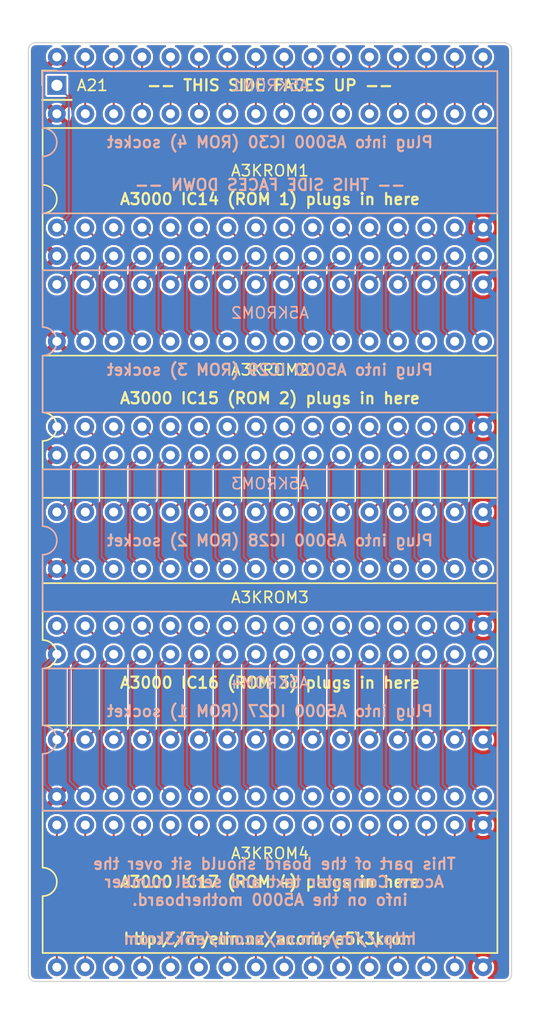
<source format=kicad_pcb>
(kicad_pcb (version 20171130) (host pcbnew "(5.0.1-3-g963ef8bb5)")
  (layers (0 F.Cu signal) (31 B.Cu signal) (34 B.Paste user) (35 F.Paste user) (36 B.SilkS user) (37 F.SilkS user) (38 B.Mask user) (39 F.Mask user) (44 Edge.Cuts user))
  (net 0 "")
  (net 1 rom1_pin13)
  (net 2 rom1_pin14)
  (net 3 rom1_pin15)
  (net 4 rom1_pin17)
  (net 5 rom1_pin18)
  (net 6 rom1_pin19)
  (net 7 rom1_pin20)
  (net 8 rom1_pin21)
  (net 9 rom1_pin22)
  (net 10 rom1_pin23)
  (net 11 rom1_pin24)
  (net 12 rom1_pin25)
  (net 13 rom1_pin26)
  (net 14 rom1_pin27)
  (net 15 rom1_pin28)
  (net 16 rom1_pin29)
  (net 17 rom1_pin30)
  (net 18 rom1_pin31)
  (net 19 rom1_pin1)
  (net 20 rom1_pin2)
  (net 21 rom1_pin3)
  (net 22 rom1_pin4)
  (net 23 rom1_pin5)
  (net 24 rom1_pin6)
  (net 25 rom1_pin7)
  (net 26 rom1_pin8)
  (net 27 rom1_pin9)
  (net 28 rom1_pin10)
  (net 29 rom1_pin11)
  (net 30 rom1_pin12)
  (net 31 rom2_pin12)
  (net 32 rom2_pin11)
  (net 33 rom2_pin10)
  (net 34 rom2_pin9)
  (net 35 rom2_pin8)
  (net 36 rom2_pin7)
  (net 37 rom2_pin6)
  (net 38 rom2_pin5)
  (net 39 rom2_pin4)
  (net 40 rom2_pin3)
  (net 41 rom2_pin2)
  (net 42 rom2_pin1)
  (net 43 rom2_pin31)
  (net 44 rom2_pin30)
  (net 45 rom2_pin29)
  (net 46 rom2_pin28)
  (net 47 rom2_pin27)
  (net 48 rom2_pin26)
  (net 49 rom2_pin25)
  (net 50 rom2_pin24)
  (net 51 rom2_pin23)
  (net 52 rom2_pin22)
  (net 53 rom2_pin21)
  (net 54 rom2_pin20)
  (net 55 rom2_pin19)
  (net 56 rom2_pin18)
  (net 57 rom2_pin17)
  (net 58 rom2_pin15)
  (net 59 rom2_pin14)
  (net 60 rom2_pin13)
  (net 61 rom3_pin13)
  (net 62 rom3_pin14)
  (net 63 rom3_pin15)
  (net 64 rom3_pin17)
  (net 65 rom3_pin18)
  (net 66 rom3_pin19)
  (net 67 rom3_pin20)
  (net 68 rom3_pin21)
  (net 69 rom3_pin22)
  (net 70 rom3_pin23)
  (net 71 rom3_pin24)
  (net 72 rom3_pin25)
  (net 73 rom3_pin26)
  (net 74 rom3_pin27)
  (net 75 rom3_pin28)
  (net 76 rom3_pin29)
  (net 77 rom3_pin30)
  (net 78 rom3_pin31)
  (net 79 rom3_pin1)
  (net 80 rom3_pin2)
  (net 81 rom3_pin3)
  (net 82 rom3_pin4)
  (net 83 rom3_pin5)
  (net 84 rom3_pin6)
  (net 85 rom3_pin7)
  (net 86 rom3_pin8)
  (net 87 rom3_pin9)
  (net 88 rom3_pin10)
  (net 89 rom3_pin11)
  (net 90 rom3_pin12)
  (net 91 rom4_pin12)
  (net 92 rom4_pin11)
  (net 93 rom4_pin10)
  (net 94 rom4_pin9)
  (net 95 rom4_pin8)
  (net 96 rom4_pin7)
  (net 97 rom4_pin6)
  (net 98 rom4_pin5)
  (net 99 rom4_pin4)
  (net 100 rom4_pin3)
  (net 101 rom4_pin2)
  (net 102 rom4_pin1)
  (net 103 rom4_pin31)
  (net 104 rom4_pin30)
  (net 105 rom4_pin29)
  (net 106 rom4_pin28)
  (net 107 rom4_pin27)
  (net 108 rom4_pin26)
  (net 109 rom4_pin25)
  (net 110 rom4_pin24)
  (net 111 rom4_pin23)
  (net 112 rom4_pin22)
  (net 113 rom4_pin21)
  (net 114 rom4_pin20)
  (net 115 rom4_pin19)
  (net 116 rom4_pin18)
  (net 117 rom4_pin17)
  (net 118 rom4_pin15)
  (net 119 rom4_pin14)
  (net 120 rom4_pin13)
  (net 121 GND)
  (net 122 rom_5V)
  (module myelin-kicad:dip32_rom (layer F.Cu) (at 167.64 71.12)
    (fp_text reference A3KROM1 (at -8.89 -2.54) (layer F.SilkS))
    (fp_text value "ROM header")
    (pad 13 thru_hole circle (at 2.54 7.62) (size 1.6 1.6) (drill 0.8) (layers *.Cu *.Mask) (net 1 rom1_pin13))
    (pad 14 thru_hole circle (at 5.08 7.62) (size 1.6 1.6) (drill 0.8) (layers *.Cu *.Mask) (net 2 rom1_pin14))
    (pad 15 thru_hole circle (at 7.62 7.62) (size 1.6 1.6) (drill 0.8) (layers *.Cu *.Mask) (net 3 rom1_pin15))
    (pad 16 thru_hole circle (at 10.16 7.62) (size 1.6 1.6) (drill 0.8) (layers *.Cu *.Mask) (net 121 GND))
    (pad 17 thru_hole circle (at 10.16 -7.62) (size 1.6 1.6) (drill 0.8) (layers *.Cu *.Mask) (net 4 rom1_pin17))
    (pad 18 thru_hole circle (at 7.62 -7.62) (size 1.6 1.6) (drill 0.8) (layers *.Cu *.Mask) (net 5 rom1_pin18))
    (pad 19 thru_hole circle (at 5.08 -7.62) (size 1.6 1.6) (drill 0.8) (layers *.Cu *.Mask) (net 6 rom1_pin19))
    (pad 20 thru_hole circle (at 2.54 -7.62) (size 1.6 1.6) (drill 0.8) (layers *.Cu *.Mask) (net 7 rom1_pin20))
    (pad 21 thru_hole circle (at 0 -7.62) (size 1.6 1.6) (drill 0.8) (layers *.Cu *.Mask) (net 8 rom1_pin21))
    (pad 22 thru_hole circle (at -2.54 -7.62) (size 1.6 1.6) (drill 0.8) (layers *.Cu *.Mask) (net 9 rom1_pin22))
    (pad 23 thru_hole circle (at -5.08 -7.62) (size 1.6 1.6) (drill 0.8) (layers *.Cu *.Mask) (net 10 rom1_pin23))
    (pad 24 thru_hole circle (at -7.62 -7.62) (size 1.6 1.6) (drill 0.8) (layers *.Cu *.Mask) (net 11 rom1_pin24))
    (pad 25 thru_hole circle (at -10.16 -7.62) (size 1.6 1.6) (drill 0.8) (layers *.Cu *.Mask) (net 12 rom1_pin25))
    (pad 26 thru_hole circle (at -12.7 -7.62) (size 1.6 1.6) (drill 0.8) (layers *.Cu *.Mask) (net 13 rom1_pin26))
    (pad 27 thru_hole circle (at -15.24 -7.62) (size 1.6 1.6) (drill 0.8) (layers *.Cu *.Mask) (net 14 rom1_pin27))
    (pad 28 thru_hole circle (at -17.78 -7.62) (size 1.6 1.6) (drill 0.8) (layers *.Cu *.Mask) (net 15 rom1_pin28))
    (pad 29 thru_hole circle (at -20.32 -7.62) (size 1.6 1.6) (drill 0.8) (layers *.Cu *.Mask) (net 16 rom1_pin29))
    (pad 30 thru_hole circle (at -22.86 -7.62) (size 1.6 1.6) (drill 0.8) (layers *.Cu *.Mask) (net 17 rom1_pin30))
    (pad 31 thru_hole circle (at -25.4 -7.62) (size 1.6 1.6) (drill 0.8) (layers *.Cu *.Mask) (net 18 rom1_pin31))
    (pad 32 thru_hole circle (at -27.94 -7.62) (size 1.6 1.6) (drill 0.8) (layers *.Cu *.Mask) (net 122 rom_5V))
    (pad 1 thru_hole circle (at -27.94 7.62) (size 1.6 1.6) (drill 0.8) (layers *.Cu *.Mask) (net 19 rom1_pin1))
    (pad 2 thru_hole circle (at -25.4 7.62) (size 1.6 1.6) (drill 0.8) (layers *.Cu *.Mask) (net 20 rom1_pin2))
    (pad 3 thru_hole circle (at -22.86 7.62) (size 1.6 1.6) (drill 0.8) (layers *.Cu *.Mask) (net 21 rom1_pin3))
    (pad 4 thru_hole circle (at -20.32 7.62) (size 1.6 1.6) (drill 0.8) (layers *.Cu *.Mask) (net 22 rom1_pin4))
    (pad 5 thru_hole circle (at -17.78 7.62) (size 1.6 1.6) (drill 0.8) (layers *.Cu *.Mask) (net 23 rom1_pin5))
    (pad 6 thru_hole circle (at -15.24 7.62) (size 1.6 1.6) (drill 0.8) (layers *.Cu *.Mask) (net 24 rom1_pin6))
    (pad 7 thru_hole circle (at -12.7 7.62) (size 1.6 1.6) (drill 0.8) (layers *.Cu *.Mask) (net 25 rom1_pin7))
    (pad 8 thru_hole circle (at -10.16 7.62) (size 1.6 1.6) (drill 0.8) (layers *.Cu *.Mask) (net 26 rom1_pin8))
    (pad 9 thru_hole circle (at -7.62 7.62) (size 1.6 1.6) (drill 0.8) (layers *.Cu *.Mask) (net 27 rom1_pin9))
    (pad 10 thru_hole circle (at -5.08 7.62) (size 1.6 1.6) (drill 0.8) (layers *.Cu *.Mask) (net 28 rom1_pin10))
    (pad 11 thru_hole circle (at -2.54 7.62) (size 1.6 1.6) (drill 0.8) (layers *.Cu *.Mask) (net 29 rom1_pin11))
    (pad 12 thru_hole circle (at 0 7.62) (size 1.6 1.6) (drill 0.8) (layers *.Cu *.Mask) (net 30 rom1_pin12))
  )
  (module myelin-kicad:dip32_rom (layer F.Cu) (at 167.64 91.44)
    (fp_text reference A3KROM2 (at -8.89 -5.08) (layer F.SilkS))
    (fp_text value "ROM header")
    (pad 12 thru_hole circle (at 0 7.62) (size 1.6 1.6) (drill 0.8) (layers *.Cu *.Mask) (net 31 rom2_pin12))
    (pad 11 thru_hole circle (at -2.54 7.62) (size 1.6 1.6) (drill 0.8) (layers *.Cu *.Mask) (net 32 rom2_pin11))
    (pad 10 thru_hole circle (at -5.08 7.62) (size 1.6 1.6) (drill 0.8) (layers *.Cu *.Mask) (net 33 rom2_pin10))
    (pad 9 thru_hole circle (at -7.62 7.62) (size 1.6 1.6) (drill 0.8) (layers *.Cu *.Mask) (net 34 rom2_pin9))
    (pad 8 thru_hole circle (at -10.16 7.62) (size 1.6 1.6) (drill 0.8) (layers *.Cu *.Mask) (net 35 rom2_pin8))
    (pad 7 thru_hole circle (at -12.7 7.62) (size 1.6 1.6) (drill 0.8) (layers *.Cu *.Mask) (net 36 rom2_pin7))
    (pad 6 thru_hole circle (at -15.24 7.62) (size 1.6 1.6) (drill 0.8) (layers *.Cu *.Mask) (net 37 rom2_pin6))
    (pad 5 thru_hole circle (at -17.78 7.62) (size 1.6 1.6) (drill 0.8) (layers *.Cu *.Mask) (net 38 rom2_pin5))
    (pad 4 thru_hole circle (at -20.32 7.62) (size 1.6 1.6) (drill 0.8) (layers *.Cu *.Mask) (net 39 rom2_pin4))
    (pad 3 thru_hole circle (at -22.86 7.62) (size 1.6 1.6) (drill 0.8) (layers *.Cu *.Mask) (net 40 rom2_pin3))
    (pad 2 thru_hole circle (at -25.4 7.62) (size 1.6 1.6) (drill 0.8) (layers *.Cu *.Mask) (net 41 rom2_pin2))
    (pad 1 thru_hole circle (at -27.94 7.62) (size 1.6 1.6) (drill 0.8) (layers *.Cu *.Mask) (net 42 rom2_pin1))
    (pad 32 thru_hole circle (at -27.94 -7.62) (size 1.6 1.6) (drill 0.8) (layers *.Cu *.Mask) (net 122 rom_5V))
    (pad 31 thru_hole circle (at -25.4 -7.62) (size 1.6 1.6) (drill 0.8) (layers *.Cu *.Mask) (net 43 rom2_pin31))
    (pad 30 thru_hole circle (at -22.86 -7.62) (size 1.6 1.6) (drill 0.8) (layers *.Cu *.Mask) (net 44 rom2_pin30))
    (pad 29 thru_hole circle (at -20.32 -7.62) (size 1.6 1.6) (drill 0.8) (layers *.Cu *.Mask) (net 45 rom2_pin29))
    (pad 28 thru_hole circle (at -17.78 -7.62) (size 1.6 1.6) (drill 0.8) (layers *.Cu *.Mask) (net 46 rom2_pin28))
    (pad 27 thru_hole circle (at -15.24 -7.62) (size 1.6 1.6) (drill 0.8) (layers *.Cu *.Mask) (net 47 rom2_pin27))
    (pad 26 thru_hole circle (at -12.7 -7.62) (size 1.6 1.6) (drill 0.8) (layers *.Cu *.Mask) (net 48 rom2_pin26))
    (pad 25 thru_hole circle (at -10.16 -7.62) (size 1.6 1.6) (drill 0.8) (layers *.Cu *.Mask) (net 49 rom2_pin25))
    (pad 24 thru_hole circle (at -7.62 -7.62) (size 1.6 1.6) (drill 0.8) (layers *.Cu *.Mask) (net 50 rom2_pin24))
    (pad 23 thru_hole circle (at -5.08 -7.62) (size 1.6 1.6) (drill 0.8) (layers *.Cu *.Mask) (net 51 rom2_pin23))
    (pad 22 thru_hole circle (at -2.54 -7.62) (size 1.6 1.6) (drill 0.8) (layers *.Cu *.Mask) (net 52 rom2_pin22))
    (pad 21 thru_hole circle (at 0 -7.62) (size 1.6 1.6) (drill 0.8) (layers *.Cu *.Mask) (net 53 rom2_pin21))
    (pad 20 thru_hole circle (at 2.54 -7.62) (size 1.6 1.6) (drill 0.8) (layers *.Cu *.Mask) (net 54 rom2_pin20))
    (pad 19 thru_hole circle (at 5.08 -7.62) (size 1.6 1.6) (drill 0.8) (layers *.Cu *.Mask) (net 55 rom2_pin19))
    (pad 18 thru_hole circle (at 7.62 -7.62) (size 1.6 1.6) (drill 0.8) (layers *.Cu *.Mask) (net 56 rom2_pin18))
    (pad 17 thru_hole circle (at 10.16 -7.62) (size 1.6 1.6) (drill 0.8) (layers *.Cu *.Mask) (net 57 rom2_pin17))
    (pad 16 thru_hole circle (at 10.16 7.62) (size 1.6 1.6) (drill 0.8) (layers *.Cu *.Mask) (net 121 GND))
    (pad 15 thru_hole circle (at 7.62 7.62) (size 1.6 1.6) (drill 0.8) (layers *.Cu *.Mask) (net 58 rom2_pin15))
    (pad 14 thru_hole circle (at 5.08 7.62) (size 1.6 1.6) (drill 0.8) (layers *.Cu *.Mask) (net 59 rom2_pin14))
    (pad 13 thru_hole circle (at 2.54 7.62) (size 1.6 1.6) (drill 0.8) (layers *.Cu *.Mask) (net 60 rom2_pin13))
  )
  (module myelin-kicad:dip32_rom (layer F.Cu) (at 167.64 111.76)
    (fp_text reference A3KROM3 (at -8.89 -5.08) (layer F.SilkS))
    (fp_text value "ROM header")
    (pad 13 thru_hole circle (at 2.54 7.62) (size 1.6 1.6) (drill 0.8) (layers *.Cu *.Mask) (net 61 rom3_pin13))
    (pad 14 thru_hole circle (at 5.08 7.62) (size 1.6 1.6) (drill 0.8) (layers *.Cu *.Mask) (net 62 rom3_pin14))
    (pad 15 thru_hole circle (at 7.62 7.62) (size 1.6 1.6) (drill 0.8) (layers *.Cu *.Mask) (net 63 rom3_pin15))
    (pad 16 thru_hole circle (at 10.16 7.62) (size 1.6 1.6) (drill 0.8) (layers *.Cu *.Mask) (net 121 GND))
    (pad 17 thru_hole circle (at 10.16 -7.62) (size 1.6 1.6) (drill 0.8) (layers *.Cu *.Mask) (net 64 rom3_pin17))
    (pad 18 thru_hole circle (at 7.62 -7.62) (size 1.6 1.6) (drill 0.8) (layers *.Cu *.Mask) (net 65 rom3_pin18))
    (pad 19 thru_hole circle (at 5.08 -7.62) (size 1.6 1.6) (drill 0.8) (layers *.Cu *.Mask) (net 66 rom3_pin19))
    (pad 20 thru_hole circle (at 2.54 -7.62) (size 1.6 1.6) (drill 0.8) (layers *.Cu *.Mask) (net 67 rom3_pin20))
    (pad 21 thru_hole circle (at 0 -7.62) (size 1.6 1.6) (drill 0.8) (layers *.Cu *.Mask) (net 68 rom3_pin21))
    (pad 22 thru_hole circle (at -2.54 -7.62) (size 1.6 1.6) (drill 0.8) (layers *.Cu *.Mask) (net 69 rom3_pin22))
    (pad 23 thru_hole circle (at -5.08 -7.62) (size 1.6 1.6) (drill 0.8) (layers *.Cu *.Mask) (net 70 rom3_pin23))
    (pad 24 thru_hole circle (at -7.62 -7.62) (size 1.6 1.6) (drill 0.8) (layers *.Cu *.Mask) (net 71 rom3_pin24))
    (pad 25 thru_hole circle (at -10.16 -7.62) (size 1.6 1.6) (drill 0.8) (layers *.Cu *.Mask) (net 72 rom3_pin25))
    (pad 26 thru_hole circle (at -12.7 -7.62) (size 1.6 1.6) (drill 0.8) (layers *.Cu *.Mask) (net 73 rom3_pin26))
    (pad 27 thru_hole circle (at -15.24 -7.62) (size 1.6 1.6) (drill 0.8) (layers *.Cu *.Mask) (net 74 rom3_pin27))
    (pad 28 thru_hole circle (at -17.78 -7.62) (size 1.6 1.6) (drill 0.8) (layers *.Cu *.Mask) (net 75 rom3_pin28))
    (pad 29 thru_hole circle (at -20.32 -7.62) (size 1.6 1.6) (drill 0.8) (layers *.Cu *.Mask) (net 76 rom3_pin29))
    (pad 30 thru_hole circle (at -22.86 -7.62) (size 1.6 1.6) (drill 0.8) (layers *.Cu *.Mask) (net 77 rom3_pin30))
    (pad 31 thru_hole circle (at -25.4 -7.62) (size 1.6 1.6) (drill 0.8) (layers *.Cu *.Mask) (net 78 rom3_pin31))
    (pad 32 thru_hole circle (at -27.94 -7.62) (size 1.6 1.6) (drill 0.8) (layers *.Cu *.Mask) (net 122 rom_5V))
    (pad 1 thru_hole circle (at -27.94 7.62) (size 1.6 1.6) (drill 0.8) (layers *.Cu *.Mask) (net 79 rom3_pin1))
    (pad 2 thru_hole circle (at -25.4 7.62) (size 1.6 1.6) (drill 0.8) (layers *.Cu *.Mask) (net 80 rom3_pin2))
    (pad 3 thru_hole circle (at -22.86 7.62) (size 1.6 1.6) (drill 0.8) (layers *.Cu *.Mask) (net 81 rom3_pin3))
    (pad 4 thru_hole circle (at -20.32 7.62) (size 1.6 1.6) (drill 0.8) (layers *.Cu *.Mask) (net 82 rom3_pin4))
    (pad 5 thru_hole circle (at -17.78 7.62) (size 1.6 1.6) (drill 0.8) (layers *.Cu *.Mask) (net 83 rom3_pin5))
    (pad 6 thru_hole circle (at -15.24 7.62) (size 1.6 1.6) (drill 0.8) (layers *.Cu *.Mask) (net 84 rom3_pin6))
    (pad 7 thru_hole circle (at -12.7 7.62) (size 1.6 1.6) (drill 0.8) (layers *.Cu *.Mask) (net 85 rom3_pin7))
    (pad 8 thru_hole circle (at -10.16 7.62) (size 1.6 1.6) (drill 0.8) (layers *.Cu *.Mask) (net 86 rom3_pin8))
    (pad 9 thru_hole circle (at -7.62 7.62) (size 1.6 1.6) (drill 0.8) (layers *.Cu *.Mask) (net 87 rom3_pin9))
    (pad 10 thru_hole circle (at -5.08 7.62) (size 1.6 1.6) (drill 0.8) (layers *.Cu *.Mask) (net 88 rom3_pin10))
    (pad 11 thru_hole circle (at -2.54 7.62) (size 1.6 1.6) (drill 0.8) (layers *.Cu *.Mask) (net 89 rom3_pin11))
    (pad 12 thru_hole circle (at 0 7.62) (size 1.6 1.6) (drill 0.8) (layers *.Cu *.Mask) (net 90 rom3_pin12))
  )
  (module myelin-kicad:dip32_rom (layer F.Cu) (at 167.64 132.08)
    (fp_text reference A3KROM4 (at -8.89 -2.54) (layer F.SilkS))
    (fp_text value "ROM header")
    (pad 12 thru_hole circle (at 0 7.62) (size 1.6 1.6) (drill 0.8) (layers *.Cu *.Mask) (net 91 rom4_pin12))
    (pad 11 thru_hole circle (at -2.54 7.62) (size 1.6 1.6) (drill 0.8) (layers *.Cu *.Mask) (net 92 rom4_pin11))
    (pad 10 thru_hole circle (at -5.08 7.62) (size 1.6 1.6) (drill 0.8) (layers *.Cu *.Mask) (net 93 rom4_pin10))
    (pad 9 thru_hole circle (at -7.62 7.62) (size 1.6 1.6) (drill 0.8) (layers *.Cu *.Mask) (net 94 rom4_pin9))
    (pad 8 thru_hole circle (at -10.16 7.62) (size 1.6 1.6) (drill 0.8) (layers *.Cu *.Mask) (net 95 rom4_pin8))
    (pad 7 thru_hole circle (at -12.7 7.62) (size 1.6 1.6) (drill 0.8) (layers *.Cu *.Mask) (net 96 rom4_pin7))
    (pad 6 thru_hole circle (at -15.24 7.62) (size 1.6 1.6) (drill 0.8) (layers *.Cu *.Mask) (net 97 rom4_pin6))
    (pad 5 thru_hole circle (at -17.78 7.62) (size 1.6 1.6) (drill 0.8) (layers *.Cu *.Mask) (net 98 rom4_pin5))
    (pad 4 thru_hole circle (at -20.32 7.62) (size 1.6 1.6) (drill 0.8) (layers *.Cu *.Mask) (net 99 rom4_pin4))
    (pad 3 thru_hole circle (at -22.86 7.62) (size 1.6 1.6) (drill 0.8) (layers *.Cu *.Mask) (net 100 rom4_pin3))
    (pad 2 thru_hole circle (at -25.4 7.62) (size 1.6 1.6) (drill 0.8) (layers *.Cu *.Mask) (net 101 rom4_pin2))
    (pad 1 thru_hole circle (at -27.94 7.62) (size 1.6 1.6) (drill 0.8) (layers *.Cu *.Mask) (net 102 rom4_pin1))
    (pad 32 thru_hole circle (at -27.94 -7.62) (size 1.6 1.6) (drill 0.8) (layers *.Cu *.Mask) (net 122 rom_5V))
    (pad 31 thru_hole circle (at -25.4 -7.62) (size 1.6 1.6) (drill 0.8) (layers *.Cu *.Mask) (net 103 rom4_pin31))
    (pad 30 thru_hole circle (at -22.86 -7.62) (size 1.6 1.6) (drill 0.8) (layers *.Cu *.Mask) (net 104 rom4_pin30))
    (pad 29 thru_hole circle (at -20.32 -7.62) (size 1.6 1.6) (drill 0.8) (layers *.Cu *.Mask) (net 105 rom4_pin29))
    (pad 28 thru_hole circle (at -17.78 -7.62) (size 1.6 1.6) (drill 0.8) (layers *.Cu *.Mask) (net 106 rom4_pin28))
    (pad 27 thru_hole circle (at -15.24 -7.62) (size 1.6 1.6) (drill 0.8) (layers *.Cu *.Mask) (net 107 rom4_pin27))
    (pad 26 thru_hole circle (at -12.7 -7.62) (size 1.6 1.6) (drill 0.8) (layers *.Cu *.Mask) (net 108 rom4_pin26))
    (pad 25 thru_hole circle (at -10.16 -7.62) (size 1.6 1.6) (drill 0.8) (layers *.Cu *.Mask) (net 109 rom4_pin25))
    (pad 24 thru_hole circle (at -7.62 -7.62) (size 1.6 1.6) (drill 0.8) (layers *.Cu *.Mask) (net 110 rom4_pin24))
    (pad 23 thru_hole circle (at -5.08 -7.62) (size 1.6 1.6) (drill 0.8) (layers *.Cu *.Mask) (net 111 rom4_pin23))
    (pad 22 thru_hole circle (at -2.54 -7.62) (size 1.6 1.6) (drill 0.8) (layers *.Cu *.Mask) (net 112 rom4_pin22))
    (pad 21 thru_hole circle (at 0 -7.62) (size 1.6 1.6) (drill 0.8) (layers *.Cu *.Mask) (net 113 rom4_pin21))
    (pad 20 thru_hole circle (at 2.54 -7.62) (size 1.6 1.6) (drill 0.8) (layers *.Cu *.Mask) (net 114 rom4_pin20))
    (pad 19 thru_hole circle (at 5.08 -7.62) (size 1.6 1.6) (drill 0.8) (layers *.Cu *.Mask) (net 115 rom4_pin19))
    (pad 18 thru_hole circle (at 7.62 -7.62) (size 1.6 1.6) (drill 0.8) (layers *.Cu *.Mask) (net 116 rom4_pin18))
    (pad 17 thru_hole circle (at 10.16 -7.62) (size 1.6 1.6) (drill 0.8) (layers *.Cu *.Mask) (net 117 rom4_pin17))
    (pad 16 thru_hole circle (at 10.16 7.62) (size 1.6 1.6) (drill 0.8) (layers *.Cu *.Mask) (net 121 GND))
    (pad 15 thru_hole circle (at 7.62 7.62) (size 1.6 1.6) (drill 0.8) (layers *.Cu *.Mask) (net 118 rom4_pin15))
    (pad 14 thru_hole circle (at 5.08 7.62) (size 1.6 1.6) (drill 0.8) (layers *.Cu *.Mask) (net 119 rom4_pin14))
    (pad 13 thru_hole circle (at 2.54 7.62) (size 1.6 1.6) (drill 0.8) (layers *.Cu *.Mask) (net 120 rom4_pin13))
  )
  (module myelin-kicad:dip32_rom_bottom (layer F.Cu) (at 167.64 66.04)
    (fp_text reference A5KROM1 (at -8.89 -5.08) (layer B.SilkS) (effects (justify mirror)))
    (fp_text value "ROM header")
    (pad 13 thru_hole circle (at 2.54 7.62) (size 1.6 1.6) (drill 0.8) (layers *.Cu *.Mask) (net 1 rom1_pin13))
    (pad 14 thru_hole circle (at 5.08 7.62) (size 1.6 1.6) (drill 0.8) (layers *.Cu *.Mask) (net 2 rom1_pin14))
    (pad 15 thru_hole circle (at 7.62 7.62) (size 1.6 1.6) (drill 0.8) (layers *.Cu *.Mask) (net 3 rom1_pin15))
    (pad 16 thru_hole circle (at 10.16 7.62) (size 1.6 1.6) (drill 0.8) (layers *.Cu *.Mask) (net 121 GND))
    (pad 17 thru_hole circle (at 10.16 -7.62) (size 1.6 1.6) (drill 0.8) (layers *.Cu *.Mask) (net 4 rom1_pin17))
    (pad 18 thru_hole circle (at 7.62 -7.62) (size 1.6 1.6) (drill 0.8) (layers *.Cu *.Mask) (net 5 rom1_pin18))
    (pad 19 thru_hole circle (at 5.08 -7.62) (size 1.6 1.6) (drill 0.8) (layers *.Cu *.Mask) (net 6 rom1_pin19))
    (pad 20 thru_hole circle (at 2.54 -7.62) (size 1.6 1.6) (drill 0.8) (layers *.Cu *.Mask) (net 7 rom1_pin20))
    (pad 21 thru_hole circle (at 0 -7.62) (size 1.6 1.6) (drill 0.8) (layers *.Cu *.Mask) (net 8 rom1_pin21))
    (pad 22 thru_hole circle (at -2.54 -7.62) (size 1.6 1.6) (drill 0.8) (layers *.Cu *.Mask) (net 9 rom1_pin22))
    (pad 23 thru_hole circle (at -5.08 -7.62) (size 1.6 1.6) (drill 0.8) (layers *.Cu *.Mask) (net 10 rom1_pin23))
    (pad 24 thru_hole circle (at -7.62 -7.62) (size 1.6 1.6) (drill 0.8) (layers *.Cu *.Mask) (net 11 rom1_pin24))
    (pad 25 thru_hole circle (at -10.16 -7.62) (size 1.6 1.6) (drill 0.8) (layers *.Cu *.Mask) (net 12 rom1_pin25))
    (pad 26 thru_hole circle (at -12.7 -7.62) (size 1.6 1.6) (drill 0.8) (layers *.Cu *.Mask) (net 13 rom1_pin26))
    (pad 27 thru_hole circle (at -15.24 -7.62) (size 1.6 1.6) (drill 0.8) (layers *.Cu *.Mask) (net 14 rom1_pin27))
    (pad 28 thru_hole circle (at -17.78 -7.62) (size 1.6 1.6) (drill 0.8) (layers *.Cu *.Mask) (net 15 rom1_pin28))
    (pad 29 thru_hole circle (at -20.32 -7.62) (size 1.6 1.6) (drill 0.8) (layers *.Cu *.Mask) (net 16 rom1_pin29))
    (pad 30 thru_hole circle (at -22.86 -7.62) (size 1.6 1.6) (drill 0.8) (layers *.Cu *.Mask) (net 17 rom1_pin30))
    (pad 31 thru_hole circle (at -25.4 -7.62) (size 1.6 1.6) (drill 0.8) (layers *.Cu *.Mask) (net 18 rom1_pin31))
    (pad 32 thru_hole circle (at -27.94 -7.62) (size 1.6 1.6) (drill 0.8) (layers *.Cu *.Mask) (net 122 rom_5V))
    (pad 1 thru_hole circle (at -27.94 7.62) (size 1.6 1.6) (drill 0.8) (layers *.Cu *.Mask) (net 19 rom1_pin1))
    (pad 2 thru_hole circle (at -25.4 7.62) (size 1.6 1.6) (drill 0.8) (layers *.Cu *.Mask) (net 20 rom1_pin2))
    (pad 3 thru_hole circle (at -22.86 7.62) (size 1.6 1.6) (drill 0.8) (layers *.Cu *.Mask) (net 21 rom1_pin3))
    (pad 4 thru_hole circle (at -20.32 7.62) (size 1.6 1.6) (drill 0.8) (layers *.Cu *.Mask) (net 22 rom1_pin4))
    (pad 5 thru_hole circle (at -17.78 7.62) (size 1.6 1.6) (drill 0.8) (layers *.Cu *.Mask) (net 23 rom1_pin5))
    (pad 6 thru_hole circle (at -15.24 7.62) (size 1.6 1.6) (drill 0.8) (layers *.Cu *.Mask) (net 24 rom1_pin6))
    (pad 7 thru_hole circle (at -12.7 7.62) (size 1.6 1.6) (drill 0.8) (layers *.Cu *.Mask) (net 25 rom1_pin7))
    (pad 8 thru_hole circle (at -10.16 7.62) (size 1.6 1.6) (drill 0.8) (layers *.Cu *.Mask) (net 26 rom1_pin8))
    (pad 9 thru_hole circle (at -7.62 7.62) (size 1.6 1.6) (drill 0.8) (layers *.Cu *.Mask) (net 27 rom1_pin9))
    (pad 10 thru_hole circle (at -5.08 7.62) (size 1.6 1.6) (drill 0.8) (layers *.Cu *.Mask) (net 28 rom1_pin10))
    (pad 11 thru_hole circle (at -2.54 7.62) (size 1.6 1.6) (drill 0.8) (layers *.Cu *.Mask) (net 29 rom1_pin11))
    (pad 12 thru_hole circle (at 0 7.62) (size 1.6 1.6) (drill 0.8) (layers *.Cu *.Mask) (net 30 rom1_pin12))
  )
  (module myelin-kicad:dip32_rom_bottom (layer F.Cu) (at 167.64 83.82)
    (fp_text reference A5KROM2 (at -8.89 -2.54) (layer B.SilkS) (effects (justify mirror)))
    (fp_text value "ROM header")
    (pad 13 thru_hole circle (at 2.54 7.62) (size 1.6 1.6) (drill 0.8) (layers *.Cu *.Mask) (net 60 rom2_pin13))
    (pad 14 thru_hole circle (at 5.08 7.62) (size 1.6 1.6) (drill 0.8) (layers *.Cu *.Mask) (net 59 rom2_pin14))
    (pad 15 thru_hole circle (at 7.62 7.62) (size 1.6 1.6) (drill 0.8) (layers *.Cu *.Mask) (net 58 rom2_pin15))
    (pad 16 thru_hole circle (at 10.16 7.62) (size 1.6 1.6) (drill 0.8) (layers *.Cu *.Mask) (net 121 GND))
    (pad 17 thru_hole circle (at 10.16 -7.62) (size 1.6 1.6) (drill 0.8) (layers *.Cu *.Mask) (net 57 rom2_pin17))
    (pad 18 thru_hole circle (at 7.62 -7.62) (size 1.6 1.6) (drill 0.8) (layers *.Cu *.Mask) (net 56 rom2_pin18))
    (pad 19 thru_hole circle (at 5.08 -7.62) (size 1.6 1.6) (drill 0.8) (layers *.Cu *.Mask) (net 55 rom2_pin19))
    (pad 20 thru_hole circle (at 2.54 -7.62) (size 1.6 1.6) (drill 0.8) (layers *.Cu *.Mask) (net 54 rom2_pin20))
    (pad 21 thru_hole circle (at 0 -7.62) (size 1.6 1.6) (drill 0.8) (layers *.Cu *.Mask) (net 53 rom2_pin21))
    (pad 22 thru_hole circle (at -2.54 -7.62) (size 1.6 1.6) (drill 0.8) (layers *.Cu *.Mask) (net 52 rom2_pin22))
    (pad 23 thru_hole circle (at -5.08 -7.62) (size 1.6 1.6) (drill 0.8) (layers *.Cu *.Mask) (net 51 rom2_pin23))
    (pad 24 thru_hole circle (at -7.62 -7.62) (size 1.6 1.6) (drill 0.8) (layers *.Cu *.Mask) (net 50 rom2_pin24))
    (pad 25 thru_hole circle (at -10.16 -7.62) (size 1.6 1.6) (drill 0.8) (layers *.Cu *.Mask) (net 49 rom2_pin25))
    (pad 26 thru_hole circle (at -12.7 -7.62) (size 1.6 1.6) (drill 0.8) (layers *.Cu *.Mask) (net 48 rom2_pin26))
    (pad 27 thru_hole circle (at -15.24 -7.62) (size 1.6 1.6) (drill 0.8) (layers *.Cu *.Mask) (net 47 rom2_pin27))
    (pad 28 thru_hole circle (at -17.78 -7.62) (size 1.6 1.6) (drill 0.8) (layers *.Cu *.Mask) (net 46 rom2_pin28))
    (pad 29 thru_hole circle (at -20.32 -7.62) (size 1.6 1.6) (drill 0.8) (layers *.Cu *.Mask) (net 45 rom2_pin29))
    (pad 30 thru_hole circle (at -22.86 -7.62) (size 1.6 1.6) (drill 0.8) (layers *.Cu *.Mask) (net 44 rom2_pin30))
    (pad 31 thru_hole circle (at -25.4 -7.62) (size 1.6 1.6) (drill 0.8) (layers *.Cu *.Mask) (net 43 rom2_pin31))
    (pad 32 thru_hole circle (at -27.94 -7.62) (size 1.6 1.6) (drill 0.8) (layers *.Cu *.Mask) (net 122 rom_5V))
    (pad 1 thru_hole circle (at -27.94 7.62) (size 1.6 1.6) (drill 0.8) (layers *.Cu *.Mask) (net 42 rom2_pin1))
    (pad 2 thru_hole circle (at -25.4 7.62) (size 1.6 1.6) (drill 0.8) (layers *.Cu *.Mask) (net 41 rom2_pin2))
    (pad 3 thru_hole circle (at -22.86 7.62) (size 1.6 1.6) (drill 0.8) (layers *.Cu *.Mask) (net 40 rom2_pin3))
    (pad 4 thru_hole circle (at -20.32 7.62) (size 1.6 1.6) (drill 0.8) (layers *.Cu *.Mask) (net 39 rom2_pin4))
    (pad 5 thru_hole circle (at -17.78 7.62) (size 1.6 1.6) (drill 0.8) (layers *.Cu *.Mask) (net 38 rom2_pin5))
    (pad 6 thru_hole circle (at -15.24 7.62) (size 1.6 1.6) (drill 0.8) (layers *.Cu *.Mask) (net 37 rom2_pin6))
    (pad 7 thru_hole circle (at -12.7 7.62) (size 1.6 1.6) (drill 0.8) (layers *.Cu *.Mask) (net 36 rom2_pin7))
    (pad 8 thru_hole circle (at -10.16 7.62) (size 1.6 1.6) (drill 0.8) (layers *.Cu *.Mask) (net 35 rom2_pin8))
    (pad 9 thru_hole circle (at -7.62 7.62) (size 1.6 1.6) (drill 0.8) (layers *.Cu *.Mask) (net 34 rom2_pin9))
    (pad 10 thru_hole circle (at -5.08 7.62) (size 1.6 1.6) (drill 0.8) (layers *.Cu *.Mask) (net 33 rom2_pin10))
    (pad 11 thru_hole circle (at -2.54 7.62) (size 1.6 1.6) (drill 0.8) (layers *.Cu *.Mask) (net 32 rom2_pin11))
    (pad 12 thru_hole circle (at 0 7.62) (size 1.6 1.6) (drill 0.8) (layers *.Cu *.Mask) (net 31 rom2_pin12))
  )
  (module myelin-kicad:dip32_rom_bottom (layer F.Cu) (at 167.64 101.6)
    (fp_text reference A5KROM3 (at -8.89 -5.08) (layer B.SilkS) (effects (justify mirror)))
    (fp_text value "ROM header")
    (pad 12 thru_hole circle (at 0 7.62) (size 1.6 1.6) (drill 0.8) (layers *.Cu *.Mask) (net 90 rom3_pin12))
    (pad 11 thru_hole circle (at -2.54 7.62) (size 1.6 1.6) (drill 0.8) (layers *.Cu *.Mask) (net 89 rom3_pin11))
    (pad 10 thru_hole circle (at -5.08 7.62) (size 1.6 1.6) (drill 0.8) (layers *.Cu *.Mask) (net 88 rom3_pin10))
    (pad 9 thru_hole circle (at -7.62 7.62) (size 1.6 1.6) (drill 0.8) (layers *.Cu *.Mask) (net 87 rom3_pin9))
    (pad 8 thru_hole circle (at -10.16 7.62) (size 1.6 1.6) (drill 0.8) (layers *.Cu *.Mask) (net 86 rom3_pin8))
    (pad 7 thru_hole circle (at -12.7 7.62) (size 1.6 1.6) (drill 0.8) (layers *.Cu *.Mask) (net 85 rom3_pin7))
    (pad 6 thru_hole circle (at -15.24 7.62) (size 1.6 1.6) (drill 0.8) (layers *.Cu *.Mask) (net 84 rom3_pin6))
    (pad 5 thru_hole circle (at -17.78 7.62) (size 1.6 1.6) (drill 0.8) (layers *.Cu *.Mask) (net 83 rom3_pin5))
    (pad 4 thru_hole circle (at -20.32 7.62) (size 1.6 1.6) (drill 0.8) (layers *.Cu *.Mask) (net 82 rom3_pin4))
    (pad 3 thru_hole circle (at -22.86 7.62) (size 1.6 1.6) (drill 0.8) (layers *.Cu *.Mask) (net 81 rom3_pin3))
    (pad 2 thru_hole circle (at -25.4 7.62) (size 1.6 1.6) (drill 0.8) (layers *.Cu *.Mask) (net 80 rom3_pin2))
    (pad 1 thru_hole circle (at -27.94 7.62) (size 1.6 1.6) (drill 0.8) (layers *.Cu *.Mask) (net 79 rom3_pin1))
    (pad 32 thru_hole circle (at -27.94 -7.62) (size 1.6 1.6) (drill 0.8) (layers *.Cu *.Mask) (net 122 rom_5V))
    (pad 31 thru_hole circle (at -25.4 -7.62) (size 1.6 1.6) (drill 0.8) (layers *.Cu *.Mask) (net 78 rom3_pin31))
    (pad 30 thru_hole circle (at -22.86 -7.62) (size 1.6 1.6) (drill 0.8) (layers *.Cu *.Mask) (net 77 rom3_pin30))
    (pad 29 thru_hole circle (at -20.32 -7.62) (size 1.6 1.6) (drill 0.8) (layers *.Cu *.Mask) (net 76 rom3_pin29))
    (pad 28 thru_hole circle (at -17.78 -7.62) (size 1.6 1.6) (drill 0.8) (layers *.Cu *.Mask) (net 75 rom3_pin28))
    (pad 27 thru_hole circle (at -15.24 -7.62) (size 1.6 1.6) (drill 0.8) (layers *.Cu *.Mask) (net 74 rom3_pin27))
    (pad 26 thru_hole circle (at -12.7 -7.62) (size 1.6 1.6) (drill 0.8) (layers *.Cu *.Mask) (net 73 rom3_pin26))
    (pad 25 thru_hole circle (at -10.16 -7.62) (size 1.6 1.6) (drill 0.8) (layers *.Cu *.Mask) (net 72 rom3_pin25))
    (pad 24 thru_hole circle (at -7.62 -7.62) (size 1.6 1.6) (drill 0.8) (layers *.Cu *.Mask) (net 71 rom3_pin24))
    (pad 23 thru_hole circle (at -5.08 -7.62) (size 1.6 1.6) (drill 0.8) (layers *.Cu *.Mask) (net 70 rom3_pin23))
    (pad 22 thru_hole circle (at -2.54 -7.62) (size 1.6 1.6) (drill 0.8) (layers *.Cu *.Mask) (net 69 rom3_pin22))
    (pad 21 thru_hole circle (at 0 -7.62) (size 1.6 1.6) (drill 0.8) (layers *.Cu *.Mask) (net 68 rom3_pin21))
    (pad 20 thru_hole circle (at 2.54 -7.62) (size 1.6 1.6) (drill 0.8) (layers *.Cu *.Mask) (net 67 rom3_pin20))
    (pad 19 thru_hole circle (at 5.08 -7.62) (size 1.6 1.6) (drill 0.8) (layers *.Cu *.Mask) (net 66 rom3_pin19))
    (pad 18 thru_hole circle (at 7.62 -7.62) (size 1.6 1.6) (drill 0.8) (layers *.Cu *.Mask) (net 65 rom3_pin18))
    (pad 17 thru_hole circle (at 10.16 -7.62) (size 1.6 1.6) (drill 0.8) (layers *.Cu *.Mask) (net 64 rom3_pin17))
    (pad 16 thru_hole circle (at 10.16 7.62) (size 1.6 1.6) (drill 0.8) (layers *.Cu *.Mask) (net 121 GND))
    (pad 15 thru_hole circle (at 7.62 7.62) (size 1.6 1.6) (drill 0.8) (layers *.Cu *.Mask) (net 63 rom3_pin15))
    (pad 14 thru_hole circle (at 5.08 7.62) (size 1.6 1.6) (drill 0.8) (layers *.Cu *.Mask) (net 62 rom3_pin14))
    (pad 13 thru_hole circle (at 2.54 7.62) (size 1.6 1.6) (drill 0.8) (layers *.Cu *.Mask) (net 61 rom3_pin13))
  )
  (module myelin-kicad:dip32_rom_bottom (layer F.Cu) (at 167.64 119.38)
    (fp_text reference A5KROM4 (at -8.89 -5.08) (layer B.SilkS) (effects (justify mirror)))
    (fp_text value "ROM header")
    (pad 13 thru_hole circle (at 2.54 7.62) (size 1.6 1.6) (drill 0.8) (layers *.Cu *.Mask) (net 120 rom4_pin13))
    (pad 14 thru_hole circle (at 5.08 7.62) (size 1.6 1.6) (drill 0.8) (layers *.Cu *.Mask) (net 119 rom4_pin14))
    (pad 15 thru_hole circle (at 7.62 7.62) (size 1.6 1.6) (drill 0.8) (layers *.Cu *.Mask) (net 118 rom4_pin15))
    (pad 16 thru_hole circle (at 10.16 7.62) (size 1.6 1.6) (drill 0.8) (layers *.Cu *.Mask) (net 121 GND))
    (pad 17 thru_hole circle (at 10.16 -7.62) (size 1.6 1.6) (drill 0.8) (layers *.Cu *.Mask) (net 117 rom4_pin17))
    (pad 18 thru_hole circle (at 7.62 -7.62) (size 1.6 1.6) (drill 0.8) (layers *.Cu *.Mask) (net 116 rom4_pin18))
    (pad 19 thru_hole circle (at 5.08 -7.62) (size 1.6 1.6) (drill 0.8) (layers *.Cu *.Mask) (net 115 rom4_pin19))
    (pad 20 thru_hole circle (at 2.54 -7.62) (size 1.6 1.6) (drill 0.8) (layers *.Cu *.Mask) (net 114 rom4_pin20))
    (pad 21 thru_hole circle (at 0 -7.62) (size 1.6 1.6) (drill 0.8) (layers *.Cu *.Mask) (net 113 rom4_pin21))
    (pad 22 thru_hole circle (at -2.54 -7.62) (size 1.6 1.6) (drill 0.8) (layers *.Cu *.Mask) (net 112 rom4_pin22))
    (pad 23 thru_hole circle (at -5.08 -7.62) (size 1.6 1.6) (drill 0.8) (layers *.Cu *.Mask) (net 111 rom4_pin23))
    (pad 24 thru_hole circle (at -7.62 -7.62) (size 1.6 1.6) (drill 0.8) (layers *.Cu *.Mask) (net 110 rom4_pin24))
    (pad 25 thru_hole circle (at -10.16 -7.62) (size 1.6 1.6) (drill 0.8) (layers *.Cu *.Mask) (net 109 rom4_pin25))
    (pad 26 thru_hole circle (at -12.7 -7.62) (size 1.6 1.6) (drill 0.8) (layers *.Cu *.Mask) (net 108 rom4_pin26))
    (pad 27 thru_hole circle (at -15.24 -7.62) (size 1.6 1.6) (drill 0.8) (layers *.Cu *.Mask) (net 107 rom4_pin27))
    (pad 28 thru_hole circle (at -17.78 -7.62) (size 1.6 1.6) (drill 0.8) (layers *.Cu *.Mask) (net 106 rom4_pin28))
    (pad 29 thru_hole circle (at -20.32 -7.62) (size 1.6 1.6) (drill 0.8) (layers *.Cu *.Mask) (net 105 rom4_pin29))
    (pad 30 thru_hole circle (at -22.86 -7.62) (size 1.6 1.6) (drill 0.8) (layers *.Cu *.Mask) (net 104 rom4_pin30))
    (pad 31 thru_hole circle (at -25.4 -7.62) (size 1.6 1.6) (drill 0.8) (layers *.Cu *.Mask) (net 103 rom4_pin31))
    (pad 32 thru_hole circle (at -27.94 -7.62) (size 1.6 1.6) (drill 0.8) (layers *.Cu *.Mask) (net 122 rom_5V))
    (pad 1 thru_hole circle (at -27.94 7.62) (size 1.6 1.6) (drill 0.8) (layers *.Cu *.Mask) (net 102 rom4_pin1))
    (pad 2 thru_hole circle (at -25.4 7.62) (size 1.6 1.6) (drill 0.8) (layers *.Cu *.Mask) (net 101 rom4_pin2))
    (pad 3 thru_hole circle (at -22.86 7.62) (size 1.6 1.6) (drill 0.8) (layers *.Cu *.Mask) (net 100 rom4_pin3))
    (pad 4 thru_hole circle (at -20.32 7.62) (size 1.6 1.6) (drill 0.8) (layers *.Cu *.Mask) (net 99 rom4_pin4))
    (pad 5 thru_hole circle (at -17.78 7.62) (size 1.6 1.6) (drill 0.8) (layers *.Cu *.Mask) (net 98 rom4_pin5))
    (pad 6 thru_hole circle (at -15.24 7.62) (size 1.6 1.6) (drill 0.8) (layers *.Cu *.Mask) (net 97 rom4_pin6))
    (pad 7 thru_hole circle (at -12.7 7.62) (size 1.6 1.6) (drill 0.8) (layers *.Cu *.Mask) (net 96 rom4_pin7))
    (pad 8 thru_hole circle (at -10.16 7.62) (size 1.6 1.6) (drill 0.8) (layers *.Cu *.Mask) (net 95 rom4_pin8))
    (pad 9 thru_hole circle (at -7.62 7.62) (size 1.6 1.6) (drill 0.8) (layers *.Cu *.Mask) (net 94 rom4_pin9))
    (pad 10 thru_hole circle (at -5.08 7.62) (size 1.6 1.6) (drill 0.8) (layers *.Cu *.Mask) (net 93 rom4_pin10))
    (pad 11 thru_hole circle (at -2.54 7.62) (size 1.6 1.6) (drill 0.8) (layers *.Cu *.Mask) (net 92 rom4_pin11))
    (pad 12 thru_hole circle (at 0 7.62) (size 1.6 1.6) (drill 0.8) (layers *.Cu *.Mask) (net 91 rom4_pin12))
  )
  (module Connector_PinHeader_2.54mm:PinHeader_1x01_P2.54mm_Vertical (layer F.Cu) (at 139.7 60.96)
    (fp_text reference A21 (at 3.175 0) (layer F.SilkS))
    (fp_text value "")
    (pad 1 thru_hole rect (at 0 0) (size 1.7 1.7) (drill 1) (layers *.Cu *.Mask) (net 19 rom1_pin1))
  )
  (gr_text http://myelin.nz/acorn/a5k3krom (at 158.75 137.16) (layer B.SilkS) (effects (font (size 1 1) (thickness 0.2)) (justify mirror)))
  (gr_text http://myelin.nz/acorn/a5k3krom (at 158.75 137.16) (layer F.SilkS) (effects (font (size 1 1) (thickness 0.2))))
  (gr_text "A3000 IC17 (ROM 4) plugs in here" (at 158.75 132.08) (layer F.SilkS) (effects (font (size 1 1) (thickness 0.2))))
  (gr_text "A3000 IC16 (ROM 3) plugs in here" (at 158.75 114.3) (layer F.SilkS) (effects (font (size 1 1) (thickness 0.2))))
  (gr_text "A3000 IC15 (ROM 2) plugs in here" (at 158.75 88.9) (layer F.SilkS) (effects (font (size 1 1) (thickness 0.2))))
  (gr_text "A3000 IC14 (ROM 1) plugs in here" (at 158.75 71.12) (layer F.SilkS) (effects (font (size 1 1) (thickness 0.2))))
  (gr_text "Plug into A5000 IC30 (ROM 4) socket" (at 158.75 66.04) (layer B.SilkS) (effects (font (size 1 1) (thickness 0.2)) (justify mirror)))
  (gr_text "Plug into A5000 IC29 (ROM 3) socket" (at 158.75 86.36) (layer B.SilkS) (effects (font (size 1 1) (thickness 0.2)) (justify mirror)))
  (gr_text "Plug into A5000 IC28 (ROM 2) socket" (at 158.75 101.6) (layer B.SilkS) (effects (font (size 1 1) (thickness 0.2)) (justify mirror)))
  (gr_text "Plug into A5000 IC27 (ROM 1) socket" (at 158.75 116.84) (layer B.SilkS) (effects (font (size 1 1) (thickness 0.2)) (justify mirror)))
  (gr_text "This part of the board should sit over the \nAcorn Computer text and serial number \ninfo on the A5000 motherboard." (at 158.75 132.08) (layer B.SilkS) (effects (font (size 1 1) (thickness 0.2)) (justify mirror)))
  (gr_text "-- THIS SIDE FACES DOWN --" (at 158.75 69.85) (layer B.SilkS) (effects (font (size 1 1) (thickness 0.2)) (justify mirror)))
  (gr_text "-- THIS SIDE FACES UP --" (at 158.75 60.96) (layer F.SilkS) (effects (font (size 1 1) (thickness 0.2))))
  (gr_arc (start 179.705 140.335) (end 179.705 140.97) (angle -90) (layer Edge.Cuts) (width 0.1))
  (gr_arc (start 137.795 140.335) (end 137.16 140.335) (angle -90) (layer Edge.Cuts) (width 0.1))
  (gr_arc (start 137.795 57.785) (end 137.795 57.15) (angle -90) (layer Edge.Cuts) (width 0.1))
  (gr_arc (start 179.705 57.785) (end 180.34 57.785) (angle -90) (layer Edge.Cuts) (width 0.1))
  (gr_line (start 137.795 57.15) (end 179.705 57.15) (layer Edge.Cuts) (width 0.1))
  (gr_line (start 137.16 140.335) (end 137.16 57.785) (layer Edge.Cuts) (width 0.1))
  (gr_line (start 179.705 140.97) (end 137.795 140.97) (layer Edge.Cuts) (width 0.1))
  (gr_line (start 180.34 57.785) (end 180.34 140.335) (layer Edge.Cuts) (width 0.1))
  (segment (start 170.979999 77.940001) (end 170.18 78.74) (width 0.1778) (layer F.Cu) (net 1))
  (segment (start 171.246701 77.673299) (end 170.979999 77.940001) (width 0.1778) (layer F.Cu) (net 1))
  (segment (start 171.246701 74.726701) (end 171.246701 77.673299) (width 0.1778) (layer F.Cu) (net 1))
  (segment (start 170.18 73.66) (end 171.246701 74.726701) (width 0.1778) (layer F.Cu) (net 1))
  (segment (start 173.786701 77.673299) (end 173.519999 77.940001) (width 0.1778) (layer F.Cu) (net 2))
  (segment (start 173.786701 74.726701) (end 173.786701 77.673299) (width 0.1778) (layer F.Cu) (net 2))
  (segment (start 173.519999 77.940001) (end 172.72 78.74) (width 0.1778) (layer F.Cu) (net 2))
  (segment (start 172.72 73.66) (end 173.786701 74.726701) (width 0.1778) (layer F.Cu) (net 2))
  (segment (start 176.326701 77.673299) (end 176.059999 77.940001) (width 0.1778) (layer F.Cu) (net 3))
  (segment (start 176.059999 77.940001) (end 175.26 78.74) (width 0.1778) (layer F.Cu) (net 3))
  (segment (start 176.326701 74.726701) (end 176.326701 77.673299) (width 0.1778) (layer F.Cu) (net 3))
  (segment (start 175.26 73.66) (end 176.326701 74.726701) (width 0.1778) (layer F.Cu) (net 3))
  (segment (start 177.8 59.55137) (end 177.8 63.5) (width 0.1778) (layer F.Cu) (net 4))
  (segment (start 177.8 58.42) (end 177.8 59.55137) (width 0.1778) (layer F.Cu) (net 4))
  (segment (start 175.26 62.36863) (end 175.26 58.42) (width 0.1778) (layer F.Cu) (net 5))
  (segment (start 175.26 63.5) (end 175.26 62.36863) (width 0.1778) (layer F.Cu) (net 5))
  (segment (start 172.72 58.42) (end 172.72 63.5) (width 0.1778) (layer F.Cu) (net 6))
  (segment (start 170.18 63.5) (end 170.18 58.42) (width 0.1778) (layer F.Cu) (net 7))
  (segment (start 167.64 58.42) (end 167.64 63.5) (width 0.1778) (layer F.Cu) (net 8))
  (segment (start 165.1 63.5) (end 165.1 58.42) (width 0.1778) (layer F.Cu) (net 9))
  (segment (start 162.56 59.55137) (end 162.56 63.5) (width 0.1778) (layer F.Cu) (net 10))
  (segment (start 162.56 58.42) (end 162.56 59.55137) (width 0.1778) (layer F.Cu) (net 10))
  (segment (start 160.02 59.55137) (end 160.02 63.5) (width 0.1778) (layer F.Cu) (net 11))
  (segment (start 160.02 58.42) (end 160.02 59.55137) (width 0.1778) (layer F.Cu) (net 11))
  (segment (start 157.48 62.36863) (end 157.48 58.42) (width 0.1778) (layer F.Cu) (net 12))
  (segment (start 157.48 63.5) (end 157.48 62.36863) (width 0.1778) (layer F.Cu) (net 12))
  (segment (start 154.94 58.42) (end 154.94 63.5) (width 0.1778) (layer F.Cu) (net 13))
  (segment (start 152.4 58.42) (end 152.4 63.5) (width 0.1778) (layer F.Cu) (net 14))
  (segment (start 149.86 62.36863) (end 149.86 58.42) (width 0.1778) (layer F.Cu) (net 15))
  (segment (start 149.86 63.5) (end 149.86 62.36863) (width 0.1778) (layer F.Cu) (net 15))
  (segment (start 147.32 58.42) (end 147.32 63.5) (width 0.1778) (layer F.Cu) (net 16))
  (segment (start 144.78 63.5) (end 144.78 58.42) (width 0.1778) (layer F.Cu) (net 17))
  (segment (start 142.24 58.42) (end 142.24 63.5) (width 0.1778) (layer F.Cu) (net 18))
  (segment (start 140.499999 77.940001) (end 139.7 78.74) (width 0.1778) (layer F.Cu) (net 19))
  (segment (start 140.766701 77.673299) (end 140.499999 77.940001) (width 0.1778) (layer F.Cu) (net 19))
  (segment (start 140.766701 74.726701) (end 140.766701 77.673299) (width 0.1778) (layer F.Cu) (net 19))
  (segment (start 139.7 73.66) (end 140.766701 74.726701) (width 0.1778) (layer F.Cu) (net 19))
  (segment (start 140.499999 72.860001) (end 139.7 73.66) (width 0.1778) (layer B.Cu) (net 19))
  (segment (start 140.766701 72.593299) (end 140.499999 72.860001) (width 0.1778) (layer B.Cu) (net 19))
  (segment (start 140.766701 62.026701) (end 140.766701 72.593299) (width 0.1778) (layer B.Cu) (net 19))
  (segment (start 139.7 60.96) (end 140.766701 62.026701) (width 0.1778) (layer B.Cu) (net 19))
  (segment (start 143.306701 77.673299) (end 143.039999 77.940001) (width 0.1778) (layer F.Cu) (net 20))
  (segment (start 143.306701 74.726701) (end 143.306701 77.673299) (width 0.1778) (layer F.Cu) (net 20))
  (segment (start 143.039999 77.940001) (end 142.24 78.74) (width 0.1778) (layer F.Cu) (net 20))
  (segment (start 142.24 73.66) (end 143.306701 74.726701) (width 0.1778) (layer F.Cu) (net 20))
  (segment (start 145.579999 77.940001) (end 144.78 78.74) (width 0.1778) (layer F.Cu) (net 21))
  (segment (start 145.846701 77.673299) (end 145.579999 77.940001) (width 0.1778) (layer F.Cu) (net 21))
  (segment (start 145.846701 74.726701) (end 145.846701 77.673299) (width 0.1778) (layer F.Cu) (net 21))
  (segment (start 144.78 73.66) (end 145.846701 74.726701) (width 0.1778) (layer F.Cu) (net 21))
  (segment (start 148.119999 77.940001) (end 147.32 78.74) (width 0.1778) (layer F.Cu) (net 22))
  (segment (start 148.386701 77.673299) (end 148.119999 77.940001) (width 0.1778) (layer F.Cu) (net 22))
  (segment (start 148.386701 74.726701) (end 148.386701 77.673299) (width 0.1778) (layer F.Cu) (net 22))
  (segment (start 147.32 73.66) (end 148.386701 74.726701) (width 0.1778) (layer F.Cu) (net 22))
  (segment (start 150.659999 77.940001) (end 149.86 78.74) (width 0.1778) (layer F.Cu) (net 23))
  (segment (start 150.926701 77.673299) (end 150.659999 77.940001) (width 0.1778) (layer F.Cu) (net 23))
  (segment (start 150.926701 74.726701) (end 150.926701 77.673299) (width 0.1778) (layer F.Cu) (net 23))
  (segment (start 149.86 73.66) (end 150.926701 74.726701) (width 0.1778) (layer F.Cu) (net 23))
  (segment (start 153.199999 77.940001) (end 152.4 78.74) (width 0.1778) (layer F.Cu) (net 24))
  (segment (start 153.466701 77.673299) (end 153.199999 77.940001) (width 0.1778) (layer F.Cu) (net 24))
  (segment (start 153.466701 74.726701) (end 153.466701 77.673299) (width 0.1778) (layer F.Cu) (net 24))
  (segment (start 152.4 73.66) (end 153.466701 74.726701) (width 0.1778) (layer F.Cu) (net 24))
  (segment (start 156.006701 74.726701) (end 156.006701 77.673299) (width 0.1778) (layer F.Cu) (net 25))
  (segment (start 155.739999 77.940001) (end 154.94 78.74) (width 0.1778) (layer F.Cu) (net 25))
  (segment (start 156.006701 77.673299) (end 155.739999 77.940001) (width 0.1778) (layer F.Cu) (net 25))
  (segment (start 154.94 73.66) (end 156.006701 74.726701) (width 0.1778) (layer F.Cu) (net 25))
  (segment (start 158.279999 77.940001) (end 157.48 78.74) (width 0.1778) (layer F.Cu) (net 26))
  (segment (start 158.546701 77.673299) (end 158.279999 77.940001) (width 0.1778) (layer F.Cu) (net 26))
  (segment (start 158.546701 74.726701) (end 158.546701 77.673299) (width 0.1778) (layer F.Cu) (net 26))
  (segment (start 157.48 73.66) (end 158.546701 74.726701) (width 0.1778) (layer F.Cu) (net 26))
  (segment (start 160.819999 77.940001) (end 160.02 78.74) (width 0.1778) (layer F.Cu) (net 27))
  (segment (start 161.086701 77.673299) (end 160.819999 77.940001) (width 0.1778) (layer F.Cu) (net 27))
  (segment (start 161.086701 74.726701) (end 161.086701 77.673299) (width 0.1778) (layer F.Cu) (net 27))
  (segment (start 160.02 73.66) (end 161.086701 74.726701) (width 0.1778) (layer F.Cu) (net 27))
  (segment (start 163.359999 74.459999) (end 162.56 73.66) (width 0.1778) (layer F.Cu) (net 28))
  (segment (start 163.626701 74.726701) (end 163.359999 74.459999) (width 0.1778) (layer F.Cu) (net 28))
  (segment (start 163.626701 77.673299) (end 163.626701 74.726701) (width 0.1778) (layer F.Cu) (net 28))
  (segment (start 162.56 78.74) (end 163.626701 77.673299) (width 0.1778) (layer F.Cu) (net 28))
  (segment (start 165.899999 77.940001) (end 165.1 78.74) (width 0.1778) (layer F.Cu) (net 29))
  (segment (start 166.166701 77.673299) (end 165.899999 77.940001) (width 0.1778) (layer F.Cu) (net 29))
  (segment (start 166.166701 74.726701) (end 166.166701 77.673299) (width 0.1778) (layer F.Cu) (net 29))
  (segment (start 165.1 73.66) (end 166.166701 74.726701) (width 0.1778) (layer F.Cu) (net 29))
  (segment (start 168.439999 77.940001) (end 167.64 78.74) (width 0.1778) (layer F.Cu) (net 30))
  (segment (start 168.706701 77.673299) (end 168.439999 77.940001) (width 0.1778) (layer F.Cu) (net 30))
  (segment (start 168.706701 74.726701) (end 168.706701 77.673299) (width 0.1778) (layer F.Cu) (net 30))
  (segment (start 167.64 73.66) (end 168.706701 74.726701) (width 0.1778) (layer F.Cu) (net 30))
  (segment (start 168.439999 92.239999) (end 167.64 91.44) (width 0.1778) (layer F.Cu) (net 31))
  (segment (start 168.706701 92.506701) (end 168.439999 92.239999) (width 0.1778) (layer F.Cu) (net 31))
  (segment (start 168.706701 97.993299) (end 168.706701 92.506701) (width 0.1778) (layer F.Cu) (net 31))
  (segment (start 167.64 99.06) (end 168.706701 97.993299) (width 0.1778) (layer F.Cu) (net 31))
  (segment (start 166.166701 97.993299) (end 165.899999 98.260001) (width 0.1778) (layer F.Cu) (net 32))
  (segment (start 166.166701 92.506701) (end 166.166701 97.993299) (width 0.1778) (layer F.Cu) (net 32))
  (segment (start 165.899999 98.260001) (end 165.1 99.06) (width 0.1778) (layer F.Cu) (net 32))
  (segment (start 165.1 91.44) (end 166.166701 92.506701) (width 0.1778) (layer F.Cu) (net 32))
  (segment (start 163.359999 92.239999) (end 162.56 91.44) (width 0.1778) (layer F.Cu) (net 33))
  (segment (start 163.626701 92.506701) (end 163.359999 92.239999) (width 0.1778) (layer F.Cu) (net 33))
  (segment (start 163.626701 97.993299) (end 163.626701 92.506701) (width 0.1778) (layer F.Cu) (net 33))
  (segment (start 162.56 99.06) (end 163.626701 97.993299) (width 0.1778) (layer F.Cu) (net 33))
  (segment (start 161.086701 97.993299) (end 160.819999 98.260001) (width 0.1778) (layer F.Cu) (net 34))
  (segment (start 160.819999 98.260001) (end 160.02 99.06) (width 0.1778) (layer F.Cu) (net 34))
  (segment (start 161.086701 92.506701) (end 161.086701 97.993299) (width 0.1778) (layer F.Cu) (net 34))
  (segment (start 160.02 91.44) (end 161.086701 92.506701) (width 0.1778) (layer F.Cu) (net 34))
  (segment (start 158.546701 97.993299) (end 158.279999 98.260001) (width 0.1778) (layer F.Cu) (net 35))
  (segment (start 158.546701 92.506701) (end 158.546701 97.993299) (width 0.1778) (layer F.Cu) (net 35))
  (segment (start 158.279999 98.260001) (end 157.48 99.06) (width 0.1778) (layer F.Cu) (net 35))
  (segment (start 157.48 91.44) (end 158.546701 92.506701) (width 0.1778) (layer F.Cu) (net 35))
  (segment (start 155.739999 92.239999) (end 154.94 91.44) (width 0.1778) (layer F.Cu) (net 36))
  (segment (start 156.006701 97.993299) (end 156.006701 92.506701) (width 0.1778) (layer F.Cu) (net 36))
  (segment (start 156.006701 92.506701) (end 155.739999 92.239999) (width 0.1778) (layer F.Cu) (net 36))
  (segment (start 154.94 99.06) (end 156.006701 97.993299) (width 0.1778) (layer F.Cu) (net 36))
  (segment (start 153.199999 98.260001) (end 152.4 99.06) (width 0.1778) (layer F.Cu) (net 37))
  (segment (start 153.466701 97.993299) (end 153.199999 98.260001) (width 0.1778) (layer F.Cu) (net 37))
  (segment (start 153.466701 92.506701) (end 153.466701 97.993299) (width 0.1778) (layer F.Cu) (net 37))
  (segment (start 152.4 91.44) (end 153.466701 92.506701) (width 0.1778) (layer F.Cu) (net 37))
  (segment (start 150.926701 92.506701) (end 150.659999 92.239999) (width 0.1778) (layer F.Cu) (net 38))
  (segment (start 150.659999 92.239999) (end 149.86 91.44) (width 0.1778) (layer F.Cu) (net 38))
  (segment (start 150.926701 97.993299) (end 150.926701 92.506701) (width 0.1778) (layer F.Cu) (net 38))
  (segment (start 149.86 99.06) (end 150.926701 97.993299) (width 0.1778) (layer F.Cu) (net 38))
  (segment (start 148.119999 98.260001) (end 147.32 99.06) (width 0.1778) (layer F.Cu) (net 39))
  (segment (start 148.51634 97.86366) (end 148.119999 98.260001) (width 0.1778) (layer F.Cu) (net 39))
  (segment (start 148.51634 92.63634) (end 148.51634 97.86366) (width 0.1778) (layer F.Cu) (net 39))
  (segment (start 147.32 91.44) (end 148.51634 92.63634) (width 0.1778) (layer F.Cu) (net 39))
  (segment (start 145.846701 92.506701) (end 145.579999 92.239999) (width 0.1778) (layer F.Cu) (net 40))
  (segment (start 145.846701 97.993299) (end 145.846701 92.506701) (width 0.1778) (layer F.Cu) (net 40))
  (segment (start 145.579999 92.239999) (end 144.78 91.44) (width 0.1778) (layer F.Cu) (net 40))
  (segment (start 144.78 99.06) (end 145.846701 97.993299) (width 0.1778) (layer F.Cu) (net 40))
  (segment (start 143.039999 98.260001) (end 142.24 99.06) (width 0.1778) (layer F.Cu) (net 41))
  (segment (start 143.306701 92.506701) (end 143.306701 97.993299) (width 0.1778) (layer F.Cu) (net 41))
  (segment (start 143.306701 97.993299) (end 143.039999 98.260001) (width 0.1778) (layer F.Cu) (net 41))
  (segment (start 142.24 91.44) (end 143.306701 92.506701) (width 0.1778) (layer F.Cu) (net 41))
  (segment (start 140.499999 98.260001) (end 139.7 99.06) (width 0.1778) (layer F.Cu) (net 42))
  (segment (start 140.766701 97.993299) (end 140.499999 98.260001) (width 0.1778) (layer F.Cu) (net 42))
  (segment (start 140.766701 92.506701) (end 140.766701 97.993299) (width 0.1778) (layer F.Cu) (net 42))
  (segment (start 139.7 91.44) (end 140.766701 92.506701) (width 0.1778) (layer F.Cu) (net 42))
  (segment (start 141.440001 83.020001) (end 142.24 83.82) (width 0.1778) (layer B.Cu) (net 43))
  (segment (start 141.173299 82.753299) (end 141.440001 83.020001) (width 0.1778) (layer B.Cu) (net 43))
  (segment (start 141.173299 77.266701) (end 141.173299 82.753299) (width 0.1778) (layer B.Cu) (net 43))
  (segment (start 142.24 76.2) (end 141.173299 77.266701) (width 0.1778) (layer B.Cu) (net 43))
  (segment (start 143.980001 76.999999) (end 144.78 76.2) (width 0.1778) (layer B.Cu) (net 44))
  (segment (start 143.713299 77.266701) (end 143.980001 76.999999) (width 0.1778) (layer B.Cu) (net 44))
  (segment (start 143.713299 82.753299) (end 143.713299 77.266701) (width 0.1778) (layer B.Cu) (net 44))
  (segment (start 144.78 83.82) (end 143.713299 82.753299) (width 0.1778) (layer B.Cu) (net 44))
  (segment (start 146.520001 83.020001) (end 147.32 83.82) (width 0.1778) (layer B.Cu) (net 45))
  (segment (start 146.253299 82.753299) (end 146.520001 83.020001) (width 0.1778) (layer B.Cu) (net 45))
  (segment (start 146.253299 77.266701) (end 146.253299 82.753299) (width 0.1778) (layer B.Cu) (net 45))
  (segment (start 147.32 76.2) (end 146.253299 77.266701) (width 0.1778) (layer B.Cu) (net 45))
  (segment (start 149.060001 83.020001) (end 149.86 83.82) (width 0.1778) (layer B.Cu) (net 46))
  (segment (start 148.793299 77.266701) (end 148.793299 82.753299) (width 0.1778) (layer B.Cu) (net 46))
  (segment (start 148.793299 82.753299) (end 149.060001 83.020001) (width 0.1778) (layer B.Cu) (net 46))
  (segment (start 149.86 76.2) (end 148.793299 77.266701) (width 0.1778) (layer B.Cu) (net 46))
  (segment (start 151.600001 83.020001) (end 152.4 83.82) (width 0.1778) (layer B.Cu) (net 47))
  (segment (start 151.333299 82.753299) (end 151.600001 83.020001) (width 0.1778) (layer B.Cu) (net 47))
  (segment (start 151.333299 77.266701) (end 151.333299 82.753299) (width 0.1778) (layer B.Cu) (net 47))
  (segment (start 152.4 76.2) (end 151.333299 77.266701) (width 0.1778) (layer B.Cu) (net 47))
  (segment (start 154.140001 83.020001) (end 154.94 83.82) (width 0.1778) (layer B.Cu) (net 48))
  (segment (start 153.873299 82.753299) (end 154.140001 83.020001) (width 0.1778) (layer B.Cu) (net 48))
  (segment (start 153.873299 77.266701) (end 153.873299 82.753299) (width 0.1778) (layer B.Cu) (net 48))
  (segment (start 154.94 76.2) (end 153.873299 77.266701) (width 0.1778) (layer B.Cu) (net 48))
  (segment (start 156.680001 76.999999) (end 157.48 76.2) (width 0.1778) (layer B.Cu) (net 49))
  (segment (start 156.413299 77.266701) (end 156.680001 76.999999) (width 0.1778) (layer B.Cu) (net 49))
  (segment (start 156.413299 82.753299) (end 156.413299 77.266701) (width 0.1778) (layer B.Cu) (net 49))
  (segment (start 157.48 83.82) (end 156.413299 82.753299) (width 0.1778) (layer B.Cu) (net 49))
  (segment (start 159.220001 83.020001) (end 160.02 83.82) (width 0.1778) (layer B.Cu) (net 50))
  (segment (start 158.953299 82.753299) (end 159.220001 83.020001) (width 0.1778) (layer B.Cu) (net 50))
  (segment (start 158.953299 77.266701) (end 158.953299 82.753299) (width 0.1778) (layer B.Cu) (net 50))
  (segment (start 160.02 76.2) (end 158.953299 77.266701) (width 0.1778) (layer B.Cu) (net 50))
  (segment (start 161.760001 76.999999) (end 162.56 76.2) (width 0.1778) (layer B.Cu) (net 51))
  (segment (start 161.493299 82.753299) (end 161.493299 77.266701) (width 0.1778) (layer B.Cu) (net 51))
  (segment (start 161.493299 77.266701) (end 161.760001 76.999999) (width 0.1778) (layer B.Cu) (net 51))
  (segment (start 162.56 83.82) (end 161.493299 82.753299) (width 0.1778) (layer B.Cu) (net 51))
  (segment (start 164.300001 83.020001) (end 165.1 83.82) (width 0.1778) (layer B.Cu) (net 52))
  (segment (start 164.033299 77.266701) (end 164.033299 82.753299) (width 0.1778) (layer B.Cu) (net 52))
  (segment (start 164.033299 82.753299) (end 164.300001 83.020001) (width 0.1778) (layer B.Cu) (net 52))
  (segment (start 165.1 76.2) (end 164.033299 77.266701) (width 0.1778) (layer B.Cu) (net 52))
  (segment (start 166.840001 83.020001) (end 167.64 83.82) (width 0.1778) (layer B.Cu) (net 53))
  (segment (start 166.573299 77.266701) (end 166.573299 82.753299) (width 0.1778) (layer B.Cu) (net 53))
  (segment (start 166.573299 82.753299) (end 166.840001 83.020001) (width 0.1778) (layer B.Cu) (net 53))
  (segment (start 167.64 76.2) (end 166.573299 77.266701) (width 0.1778) (layer B.Cu) (net 53))
  (segment (start 169.380001 83.020001) (end 170.18 83.82) (width 0.1778) (layer B.Cu) (net 54))
  (segment (start 169.113299 82.753299) (end 169.380001 83.020001) (width 0.1778) (layer B.Cu) (net 54))
  (segment (start 169.113299 77.266701) (end 169.113299 82.753299) (width 0.1778) (layer B.Cu) (net 54))
  (segment (start 170.18 76.2) (end 169.113299 77.266701) (width 0.1778) (layer B.Cu) (net 54))
  (segment (start 171.653299 77.266701) (end 171.653299 82.753299) (width 0.1778) (layer B.Cu) (net 55))
  (segment (start 171.920001 83.020001) (end 172.72 83.82) (width 0.1778) (layer B.Cu) (net 55))
  (segment (start 171.653299 82.753299) (end 171.920001 83.020001) (width 0.1778) (layer B.Cu) (net 55))
  (segment (start 172.72 76.2) (end 171.653299 77.266701) (width 0.1778) (layer B.Cu) (net 55))
  (segment (start 174.460001 83.020001) (end 175.26 83.82) (width 0.1778) (layer B.Cu) (net 56))
  (segment (start 174.193299 82.753299) (end 174.460001 83.020001) (width 0.1778) (layer B.Cu) (net 56))
  (segment (start 174.193299 77.266701) (end 174.193299 82.753299) (width 0.1778) (layer B.Cu) (net 56))
  (segment (start 175.26 76.2) (end 174.193299 77.266701) (width 0.1778) (layer B.Cu) (net 56))
  (segment (start 177.000001 83.020001) (end 177.8 83.82) (width 0.1778) (layer B.Cu) (net 57))
  (segment (start 176.733299 82.753299) (end 177.000001 83.020001) (width 0.1778) (layer B.Cu) (net 57))
  (segment (start 176.733299 77.266701) (end 176.733299 82.753299) (width 0.1778) (layer B.Cu) (net 57))
  (segment (start 177.8 76.2) (end 176.733299 77.266701) (width 0.1778) (layer B.Cu) (net 57))
  (segment (start 176.059999 98.260001) (end 175.26 99.06) (width 0.1778) (layer F.Cu) (net 58))
  (segment (start 176.326701 97.993299) (end 176.059999 98.260001) (width 0.1778) (layer F.Cu) (net 58))
  (segment (start 176.326701 92.506701) (end 176.326701 97.993299) (width 0.1778) (layer F.Cu) (net 58))
  (segment (start 175.26 91.44) (end 176.326701 92.506701) (width 0.1778) (layer F.Cu) (net 58))
  (segment (start 173.786701 97.993299) (end 173.519999 98.260001) (width 0.1778) (layer F.Cu) (net 59))
  (segment (start 173.786701 92.506701) (end 173.786701 97.993299) (width 0.1778) (layer F.Cu) (net 59))
  (segment (start 173.519999 98.260001) (end 172.72 99.06) (width 0.1778) (layer F.Cu) (net 59))
  (segment (start 172.72 91.44) (end 173.786701 92.506701) (width 0.1778) (layer F.Cu) (net 59))
  (segment (start 170.979999 92.239999) (end 170.18 91.44) (width 0.1778) (layer F.Cu) (net 60))
  (segment (start 171.246701 92.506701) (end 170.979999 92.239999) (width 0.1778) (layer F.Cu) (net 60))
  (segment (start 171.246701 97.993299) (end 171.246701 92.506701) (width 0.1778) (layer F.Cu) (net 60))
  (segment (start 170.18 99.06) (end 171.246701 97.993299) (width 0.1778) (layer F.Cu) (net 60))
  (segment (start 170.979999 118.580001) (end 170.18 119.38) (width 0.1778) (layer F.Cu) (net 61))
  (segment (start 171.246701 118.313299) (end 170.979999 118.580001) (width 0.1778) (layer F.Cu) (net 61))
  (segment (start 171.246701 110.286701) (end 171.246701 118.313299) (width 0.1778) (layer F.Cu) (net 61))
  (segment (start 170.18 109.22) (end 171.246701 110.286701) (width 0.1778) (layer F.Cu) (net 61))
  (segment (start 173.519999 118.580001) (end 172.72 119.38) (width 0.1778) (layer F.Cu) (net 62))
  (segment (start 173.786701 118.313299) (end 173.519999 118.580001) (width 0.1778) (layer F.Cu) (net 62))
  (segment (start 173.786701 110.286701) (end 173.786701 118.313299) (width 0.1778) (layer F.Cu) (net 62))
  (segment (start 172.72 109.22) (end 173.786701 110.286701) (width 0.1778) (layer F.Cu) (net 62))
  (segment (start 176.059999 118.580001) (end 175.26 119.38) (width 0.1778) (layer F.Cu) (net 63))
  (segment (start 176.326701 118.313299) (end 176.059999 118.580001) (width 0.1778) (layer F.Cu) (net 63))
  (segment (start 176.326701 110.286701) (end 176.326701 118.313299) (width 0.1778) (layer F.Cu) (net 63))
  (segment (start 175.26 109.22) (end 176.326701 110.286701) (width 0.1778) (layer F.Cu) (net 63))
  (segment (start 176.733299 103.073299) (end 177.000001 103.340001) (width 0.1778) (layer B.Cu) (net 64))
  (segment (start 177.000001 103.340001) (end 177.8 104.14) (width 0.1778) (layer B.Cu) (net 64))
  (segment (start 176.733299 95.046701) (end 176.733299 103.073299) (width 0.1778) (layer B.Cu) (net 64))
  (segment (start 177.8 93.98) (end 176.733299 95.046701) (width 0.1778) (layer B.Cu) (net 64))
  (segment (start 174.193299 95.046701) (end 174.460001 94.779999) (width 0.1778) (layer B.Cu) (net 65))
  (segment (start 174.460001 94.779999) (end 175.26 93.98) (width 0.1778) (layer B.Cu) (net 65))
  (segment (start 174.193299 103.073299) (end 174.193299 95.046701) (width 0.1778) (layer B.Cu) (net 65))
  (segment (start 175.26 104.14) (end 174.193299 103.073299) (width 0.1778) (layer B.Cu) (net 65))
  (segment (start 171.920001 94.779999) (end 172.72 93.98) (width 0.1778) (layer B.Cu) (net 66))
  (segment (start 171.653299 95.046701) (end 171.920001 94.779999) (width 0.1778) (layer B.Cu) (net 66))
  (segment (start 171.653299 103.073299) (end 171.653299 95.046701) (width 0.1778) (layer B.Cu) (net 66))
  (segment (start 172.72 104.14) (end 171.653299 103.073299) (width 0.1778) (layer B.Cu) (net 66))
  (segment (start 169.380001 103.340001) (end 170.18 104.14) (width 0.1778) (layer B.Cu) (net 67))
  (segment (start 169.113299 103.073299) (end 169.380001 103.340001) (width 0.1778) (layer B.Cu) (net 67))
  (segment (start 169.113299 95.046701) (end 169.113299 103.073299) (width 0.1778) (layer B.Cu) (net 67))
  (segment (start 170.18 93.98) (end 169.113299 95.046701) (width 0.1778) (layer B.Cu) (net 67))
  (segment (start 166.840001 103.340001) (end 167.64 104.14) (width 0.1778) (layer B.Cu) (net 68))
  (segment (start 166.573299 103.073299) (end 166.840001 103.340001) (width 0.1778) (layer B.Cu) (net 68))
  (segment (start 166.573299 95.046701) (end 166.573299 103.073299) (width 0.1778) (layer B.Cu) (net 68))
  (segment (start 167.64 93.98) (end 166.573299 95.046701) (width 0.1778) (layer B.Cu) (net 68))
  (segment (start 164.300001 103.340001) (end 165.1 104.14) (width 0.1778) (layer B.Cu) (net 69))
  (segment (start 164.033299 103.073299) (end 164.300001 103.340001) (width 0.1778) (layer B.Cu) (net 69))
  (segment (start 164.033299 95.046701) (end 164.033299 103.073299) (width 0.1778) (layer B.Cu) (net 69))
  (segment (start 165.1 93.98) (end 164.033299 95.046701) (width 0.1778) (layer B.Cu) (net 69))
  (segment (start 161.760001 103.340001) (end 162.56 104.14) (width 0.1778) (layer B.Cu) (net 70))
  (segment (start 161.493299 103.073299) (end 161.760001 103.340001) (width 0.1778) (layer B.Cu) (net 70))
  (segment (start 161.493299 95.046701) (end 161.493299 103.073299) (width 0.1778) (layer B.Cu) (net 70))
  (segment (start 162.56 93.98) (end 161.493299 95.046701) (width 0.1778) (layer B.Cu) (net 70))
  (segment (start 159.220001 103.340001) (end 160.02 104.14) (width 0.1778) (layer B.Cu) (net 71))
  (segment (start 158.953299 103.073299) (end 159.220001 103.340001) (width 0.1778) (layer B.Cu) (net 71))
  (segment (start 158.953299 95.046701) (end 158.953299 103.073299) (width 0.1778) (layer B.Cu) (net 71))
  (segment (start 160.02 93.98) (end 158.953299 95.046701) (width 0.1778) (layer B.Cu) (net 71))
  (segment (start 156.680001 103.340001) (end 157.48 104.14) (width 0.1778) (layer B.Cu) (net 72))
  (segment (start 156.413299 95.046701) (end 156.413299 103.073299) (width 0.1778) (layer B.Cu) (net 72))
  (segment (start 156.413299 103.073299) (end 156.680001 103.340001) (width 0.1778) (layer B.Cu) (net 72))
  (segment (start 157.48 93.98) (end 156.413299 95.046701) (width 0.1778) (layer B.Cu) (net 72))
  (segment (start 154.140001 103.340001) (end 154.94 104.14) (width 0.1778) (layer B.Cu) (net 73))
  (segment (start 153.873299 103.073299) (end 154.140001 103.340001) (width 0.1778) (layer B.Cu) (net 73))
  (segment (start 153.873299 95.046701) (end 153.873299 103.073299) (width 0.1778) (layer B.Cu) (net 73))
  (segment (start 154.94 93.98) (end 153.873299 95.046701) (width 0.1778) (layer B.Cu) (net 73))
  (segment (start 151.600001 103.340001) (end 152.4 104.14) (width 0.1778) (layer B.Cu) (net 74))
  (segment (start 151.333299 103.073299) (end 151.600001 103.340001) (width 0.1778) (layer B.Cu) (net 74))
  (segment (start 151.333299 95.046701) (end 151.333299 103.073299) (width 0.1778) (layer B.Cu) (net 74))
  (segment (start 152.4 93.98) (end 151.333299 95.046701) (width 0.1778) (layer B.Cu) (net 74))
  (segment (start 149.060001 103.340001) (end 149.86 104.14) (width 0.1778) (layer B.Cu) (net 75))
  (segment (start 148.793299 103.073299) (end 149.060001 103.340001) (width 0.1778) (layer B.Cu) (net 75))
  (segment (start 148.793299 95.046701) (end 148.793299 103.073299) (width 0.1778) (layer B.Cu) (net 75))
  (segment (start 149.86 93.98) (end 148.793299 95.046701) (width 0.1778) (layer B.Cu) (net 75))
  (segment (start 146.520001 103.340001) (end 147.32 104.14) (width 0.1778) (layer B.Cu) (net 76))
  (segment (start 146.253299 103.073299) (end 146.520001 103.340001) (width 0.1778) (layer B.Cu) (net 76))
  (segment (start 146.253299 95.046701) (end 146.253299 103.073299) (width 0.1778) (layer B.Cu) (net 76))
  (segment (start 147.32 93.98) (end 146.253299 95.046701) (width 0.1778) (layer B.Cu) (net 76))
  (segment (start 143.980001 94.779999) (end 144.78 93.98) (width 0.1778) (layer B.Cu) (net 77))
  (segment (start 143.713299 95.046701) (end 143.980001 94.779999) (width 0.1778) (layer B.Cu) (net 77))
  (segment (start 143.713299 103.073299) (end 143.713299 95.046701) (width 0.1778) (layer B.Cu) (net 77))
  (segment (start 144.78 104.14) (end 143.713299 103.073299) (width 0.1778) (layer B.Cu) (net 77))
  (segment (start 141.440001 103.340001) (end 142.24 104.14) (width 0.1778) (layer B.Cu) (net 78))
  (segment (start 141.173299 103.073299) (end 141.440001 103.340001) (width 0.1778) (layer B.Cu) (net 78))
  (segment (start 141.173299 95.046701) (end 141.173299 103.073299) (width 0.1778) (layer B.Cu) (net 78))
  (segment (start 142.24 93.98) (end 141.173299 95.046701) (width 0.1778) (layer B.Cu) (net 78))
  (segment (start 140.499999 118.580001) (end 139.7 119.38) (width 0.1778) (layer F.Cu) (net 79))
  (segment (start 140.766701 118.313299) (end 140.499999 118.580001) (width 0.1778) (layer F.Cu) (net 79))
  (segment (start 140.766701 110.286701) (end 140.766701 118.313299) (width 0.1778) (layer F.Cu) (net 79))
  (segment (start 139.7 109.22) (end 140.766701 110.286701) (width 0.1778) (layer F.Cu) (net 79))
  (segment (start 143.306701 110.286701) (end 143.306701 118.313299) (width 0.1778) (layer F.Cu) (net 80))
  (segment (start 143.039999 118.580001) (end 142.24 119.38) (width 0.1778) (layer F.Cu) (net 80))
  (segment (start 143.306701 118.313299) (end 143.039999 118.580001) (width 0.1778) (layer F.Cu) (net 80))
  (segment (start 142.24 109.22) (end 143.306701 110.286701) (width 0.1778) (layer F.Cu) (net 80))
  (segment (start 145.579999 118.580001) (end 144.78 119.38) (width 0.1778) (layer F.Cu) (net 81))
  (segment (start 145.8595 118.3005) (end 145.579999 118.580001) (width 0.1778) (layer F.Cu) (net 81))
  (segment (start 145.8595 110.2995) (end 145.8595 118.3005) (width 0.1778) (layer F.Cu) (net 81))
  (segment (start 144.78 109.22) (end 145.8595 110.2995) (width 0.1778) (layer F.Cu) (net 81))
  (segment (start 148.119999 118.580001) (end 147.32 119.38) (width 0.1778) (layer F.Cu) (net 82))
  (segment (start 148.386701 118.313299) (end 148.119999 118.580001) (width 0.1778) (layer F.Cu) (net 82))
  (segment (start 148.386701 110.286701) (end 148.386701 118.313299) (width 0.1778) (layer F.Cu) (net 82))
  (segment (start 147.32 109.22) (end 148.386701 110.286701) (width 0.1778) (layer F.Cu) (net 82))
  (segment (start 150.659999 110.019999) (end 149.86 109.22) (width 0.1778) (layer F.Cu) (net 83))
  (segment (start 150.926701 110.286701) (end 150.659999 110.019999) (width 0.1778) (layer F.Cu) (net 83))
  (segment (start 150.926701 118.313299) (end 150.926701 110.286701) (width 0.1778) (layer F.Cu) (net 83))
  (segment (start 149.86 119.38) (end 150.926701 118.313299) (width 0.1778) (layer F.Cu) (net 83))
  (segment (start 153.199999 118.580001) (end 152.4 119.38) (width 0.1778) (layer F.Cu) (net 84))
  (segment (start 153.466701 118.313299) (end 153.199999 118.580001) (width 0.1778) (layer F.Cu) (net 84))
  (segment (start 153.466701 110.286701) (end 153.466701 118.313299) (width 0.1778) (layer F.Cu) (net 84))
  (segment (start 152.4 109.22) (end 153.466701 110.286701) (width 0.1778) (layer F.Cu) (net 84))
  (segment (start 155.739999 110.019999) (end 154.94 109.22) (width 0.1778) (layer F.Cu) (net 85))
  (segment (start 156.006701 118.313299) (end 156.006701 110.286701) (width 0.1778) (layer F.Cu) (net 85))
  (segment (start 156.006701 110.286701) (end 155.739999 110.019999) (width 0.1778) (layer F.Cu) (net 85))
  (segment (start 154.94 119.38) (end 156.006701 118.313299) (width 0.1778) (layer F.Cu) (net 85))
  (segment (start 158.279999 118.580001) (end 157.48 119.38) (width 0.1778) (layer F.Cu) (net 86))
  (segment (start 158.546701 118.313299) (end 158.279999 118.580001) (width 0.1778) (layer F.Cu) (net 86))
  (segment (start 158.546701 110.286701) (end 158.546701 118.313299) (width 0.1778) (layer F.Cu) (net 86))
  (segment (start 157.48 109.22) (end 158.546701 110.286701) (width 0.1778) (layer F.Cu) (net 86))
  (segment (start 160.819999 118.580001) (end 160.02 119.38) (width 0.1778) (layer F.Cu) (net 87))
  (segment (start 161.086701 118.313299) (end 160.819999 118.580001) (width 0.1778) (layer F.Cu) (net 87))
  (segment (start 161.086701 110.286701) (end 161.086701 118.313299) (width 0.1778) (layer F.Cu) (net 87))
  (segment (start 160.02 109.22) (end 161.086701 110.286701) (width 0.1778) (layer F.Cu) (net 87))
  (segment (start 163.359999 118.580001) (end 162.56 119.38) (width 0.1778) (layer F.Cu) (net 88))
  (segment (start 163.626701 118.313299) (end 163.359999 118.580001) (width 0.1778) (layer F.Cu) (net 88))
  (segment (start 163.626701 110.286701) (end 163.626701 118.313299) (width 0.1778) (layer F.Cu) (net 88))
  (segment (start 162.56 109.22) (end 163.626701 110.286701) (width 0.1778) (layer F.Cu) (net 88))
  (segment (start 165.899999 118.580001) (end 165.1 119.38) (width 0.1778) (layer F.Cu) (net 89))
  (segment (start 166.166701 118.313299) (end 165.899999 118.580001) (width 0.1778) (layer F.Cu) (net 89))
  (segment (start 166.166701 110.286701) (end 166.166701 118.313299) (width 0.1778) (layer F.Cu) (net 89))
  (segment (start 165.1 109.22) (end 166.166701 110.286701) (width 0.1778) (layer F.Cu) (net 89))
  (segment (start 168.439999 118.580001) (end 167.64 119.38) (width 0.1778) (layer F.Cu) (net 90))
  (segment (start 168.706701 118.313299) (end 168.439999 118.580001) (width 0.1778) (layer F.Cu) (net 90))
  (segment (start 168.706701 110.286701) (end 168.706701 118.313299) (width 0.1778) (layer F.Cu) (net 90))
  (segment (start 167.64 109.22) (end 168.706701 110.286701) (width 0.1778) (layer F.Cu) (net 90))
  (segment (start 167.64 127) (end 167.64 139.7) (width 0.1778) (layer F.Cu) (net 91))
  (segment (start 165.1 139.7) (end 165.1 127) (width 0.1778) (layer F.Cu) (net 92))
  (segment (start 162.56 128.13137) (end 162.56 139.7) (width 0.1778) (layer F.Cu) (net 93))
  (segment (start 162.56 127) (end 162.56 128.13137) (width 0.1778) (layer F.Cu) (net 93))
  (segment (start 160.02 139.7) (end 160.02 127) (width 0.1778) (layer F.Cu) (net 94))
  (segment (start 157.48 127) (end 157.48 139.7) (width 0.1778) (layer F.Cu) (net 95))
  (segment (start 154.94 139.7) (end 154.94 127) (width 0.1778) (layer F.Cu) (net 96))
  (segment (start 152.4 127) (end 152.4 139.7) (width 0.1778) (layer F.Cu) (net 97))
  (segment (start 149.86 139.7) (end 149.86 127) (width 0.1778) (layer F.Cu) (net 98))
  (segment (start 147.32 127) (end 147.32 139.7) (width 0.1778) (layer F.Cu) (net 99))
  (segment (start 144.78 138.56863) (end 144.78 127) (width 0.1778) (layer F.Cu) (net 100))
  (segment (start 144.78 139.7) (end 144.78 138.56863) (width 0.1778) (layer F.Cu) (net 100))
  (segment (start 142.24 127) (end 142.24 139.7) (width 0.1778) (layer F.Cu) (net 101))
  (segment (start 139.7 127) (end 139.7 139.7) (width 0.1778) (layer F.Cu) (net 102))
  (segment (start 141.440001 112.559999) (end 142.24 111.76) (width 0.1778) (layer B.Cu) (net 103))
  (segment (start 140.85316 113.14684) (end 141.440001 112.559999) (width 0.1778) (layer B.Cu) (net 103))
  (segment (start 140.85316 123.07316) (end 140.85316 113.14684) (width 0.1778) (layer B.Cu) (net 103))
  (segment (start 142.24 124.46) (end 140.85316 123.07316) (width 0.1778) (layer B.Cu) (net 103))
  (segment (start 143.980001 123.660001) (end 144.78 124.46) (width 0.1778) (layer B.Cu) (net 104))
  (segment (start 143.713299 123.393299) (end 143.980001 123.660001) (width 0.1778) (layer B.Cu) (net 104))
  (segment (start 143.713299 112.826701) (end 143.713299 123.393299) (width 0.1778) (layer B.Cu) (net 104))
  (segment (start 144.78 111.76) (end 143.713299 112.826701) (width 0.1778) (layer B.Cu) (net 104))
  (segment (start 146.520001 123.660001) (end 147.32 124.46) (width 0.1778) (layer B.Cu) (net 105))
  (segment (start 146.253299 123.393299) (end 146.520001 123.660001) (width 0.1778) (layer B.Cu) (net 105))
  (segment (start 146.253299 112.826701) (end 146.253299 123.393299) (width 0.1778) (layer B.Cu) (net 105))
  (segment (start 147.32 111.76) (end 146.253299 112.826701) (width 0.1778) (layer B.Cu) (net 105))
  (segment (start 149.060001 123.660001) (end 149.86 124.46) (width 0.1778) (layer B.Cu) (net 106))
  (segment (start 148.793299 123.393299) (end 149.060001 123.660001) (width 0.1778) (layer B.Cu) (net 106))
  (segment (start 148.793299 112.826701) (end 148.793299 123.393299) (width 0.1778) (layer B.Cu) (net 106))
  (segment (start 149.86 111.76) (end 148.793299 112.826701) (width 0.1778) (layer B.Cu) (net 106))
  (segment (start 151.600001 123.660001) (end 152.4 124.46) (width 0.1778) (layer B.Cu) (net 107))
  (segment (start 151.333299 123.393299) (end 151.600001 123.660001) (width 0.1778) (layer B.Cu) (net 107))
  (segment (start 151.333299 112.826701) (end 151.333299 123.393299) (width 0.1778) (layer B.Cu) (net 107))
  (segment (start 152.4 111.76) (end 151.333299 112.826701) (width 0.1778) (layer B.Cu) (net 107))
  (segment (start 154.140001 123.660001) (end 154.94 124.46) (width 0.1778) (layer B.Cu) (net 108))
  (segment (start 153.873299 123.393299) (end 154.140001 123.660001) (width 0.1778) (layer B.Cu) (net 108))
  (segment (start 153.873299 112.826701) (end 153.873299 123.393299) (width 0.1778) (layer B.Cu) (net 108))
  (segment (start 154.94 111.76) (end 153.873299 112.826701) (width 0.1778) (layer B.Cu) (net 108))
  (segment (start 156.413299 123.393299) (end 156.680001 123.660001) (width 0.1778) (layer B.Cu) (net 109))
  (segment (start 156.680001 123.660001) (end 157.48 124.46) (width 0.1778) (layer B.Cu) (net 109))
  (segment (start 156.413299 112.826701) (end 156.413299 123.393299) (width 0.1778) (layer B.Cu) (net 109))
  (segment (start 157.48 111.76) (end 156.413299 112.826701) (width 0.1778) (layer B.Cu) (net 109))
  (segment (start 138.900001 123.660001) (end 139.7 124.46) (width 0.1778) (layer B.Cu) (net 122))
  (segment (start 138.633299 123.393299) (end 138.900001 123.660001) (width 0.1778) (layer B.Cu) (net 122))
  (segment (start 138.633299 112.826701) (end 138.633299 123.393299) (width 0.1778) (layer B.Cu) (net 122))
  (segment (start 139.7 111.76) (end 138.633299 112.826701) (width 0.1778) (layer B.Cu) (net 122))
  (segment (start 159.220001 123.660001) (end 160.02 124.46) (width 0.1778) (layer B.Cu) (net 110))
  (segment (start 158.953299 112.826701) (end 158.953299 123.393299) (width 0.1778) (layer B.Cu) (net 110))
  (segment (start 158.953299 123.393299) (end 159.220001 123.660001) (width 0.1778) (layer B.Cu) (net 110))
  (segment (start 160.02 111.76) (end 158.953299 112.826701) (width 0.1778) (layer B.Cu) (net 110))
  (segment (start 161.760001 123.660001) (end 162.56 124.46) (width 0.1778) (layer B.Cu) (net 111))
  (segment (start 161.493299 112.826701) (end 161.493299 123.393299) (width 0.1778) (layer B.Cu) (net 111))
  (segment (start 161.493299 123.393299) (end 161.760001 123.660001) (width 0.1778) (layer B.Cu) (net 111))
  (segment (start 162.56 111.76) (end 161.493299 112.826701) (width 0.1778) (layer B.Cu) (net 111))
  (segment (start 164.300001 123.660001) (end 165.1 124.46) (width 0.1778) (layer B.Cu) (net 112))
  (segment (start 164.033299 123.393299) (end 164.300001 123.660001) (width 0.1778) (layer B.Cu) (net 112))
  (segment (start 164.033299 112.826701) (end 164.033299 123.393299) (width 0.1778) (layer B.Cu) (net 112))
  (segment (start 165.1 111.76) (end 164.033299 112.826701) (width 0.1778) (layer B.Cu) (net 112))
  (segment (start 166.573299 123.393299) (end 166.840001 123.660001) (width 0.1778) (layer B.Cu) (net 113))
  (segment (start 166.840001 123.660001) (end 167.64 124.46) (width 0.1778) (layer B.Cu) (net 113))
  (segment (start 166.573299 112.826701) (end 166.573299 123.393299) (width 0.1778) (layer B.Cu) (net 113))
  (segment (start 167.64 111.76) (end 166.573299 112.826701) (width 0.1778) (layer B.Cu) (net 113))
  (segment (start 169.113299 123.393299) (end 169.380001 123.660001) (width 0.1778) (layer B.Cu) (net 114))
  (segment (start 169.113299 112.826701) (end 169.113299 123.393299) (width 0.1778) (layer B.Cu) (net 114))
  (segment (start 169.380001 123.660001) (end 170.18 124.46) (width 0.1778) (layer B.Cu) (net 114))
  (segment (start 170.18 111.76) (end 169.113299 112.826701) (width 0.1778) (layer B.Cu) (net 114))
  (segment (start 171.920001 123.660001) (end 172.72 124.46) (width 0.1778) (layer B.Cu) (net 115))
  (segment (start 171.653299 123.393299) (end 171.920001 123.660001) (width 0.1778) (layer B.Cu) (net 115))
  (segment (start 171.653299 112.826701) (end 171.653299 123.393299) (width 0.1778) (layer B.Cu) (net 115))
  (segment (start 172.72 111.76) (end 171.653299 112.826701) (width 0.1778) (layer B.Cu) (net 115))
  (segment (start 174.460001 123.660001) (end 175.26 124.46) (width 0.1778) (layer B.Cu) (net 116))
  (segment (start 174.193299 123.393299) (end 174.460001 123.660001) (width 0.1778) (layer B.Cu) (net 116))
  (segment (start 174.193299 112.826701) (end 174.193299 123.393299) (width 0.1778) (layer B.Cu) (net 116))
  (segment (start 175.26 111.76) (end 174.193299 112.826701) (width 0.1778) (layer B.Cu) (net 116))
  (segment (start 176.733299 123.393299) (end 177.000001 123.660001) (width 0.1778) (layer B.Cu) (net 117))
  (segment (start 176.733299 112.826701) (end 176.733299 123.393299) (width 0.1778) (layer B.Cu) (net 117))
  (segment (start 177.000001 123.660001) (end 177.8 124.46) (width 0.1778) (layer B.Cu) (net 117))
  (segment (start 177.8 111.76) (end 176.733299 112.826701) (width 0.1778) (layer B.Cu) (net 117))
  (segment (start 175.26 139.7) (end 175.26 127) (width 0.1778) (layer F.Cu) (net 118))
  (segment (start 172.72 127) (end 172.72 139.7) (width 0.1778) (layer F.Cu) (net 119))
  (segment (start 170.18 139.7) (end 170.18 127) (width 0.1778) (layer F.Cu) (net 120))
  (zone (net 122) (net_name rom_5V) (layer F.Cu) (connect_pads (clearance 0.1778)) (min_thickness 0.1778) (fill yes (arc_segments 16) (thermal_gap 0.508) (thermal_bridge_width 0.508))
    (polygon (pts (xy 134.62 54.61) (xy 182.88 54.61) (xy 182.88 143.51) (xy 134.62 143.51)))
  )
  (zone (net 121) (net_name GND) (layer B.Cu) (connect_pads (clearance 0.1778)) (min_thickness 0.1778) (fill yes (arc_segments 16) (thermal_gap 0.508) (thermal_bridge_width 0.508))
    (polygon (pts (xy 135.89 53.34) (xy 181.61 53.34) (xy 181.61 144.78) (xy 135.89 144.78)))
  )
)
</source>
